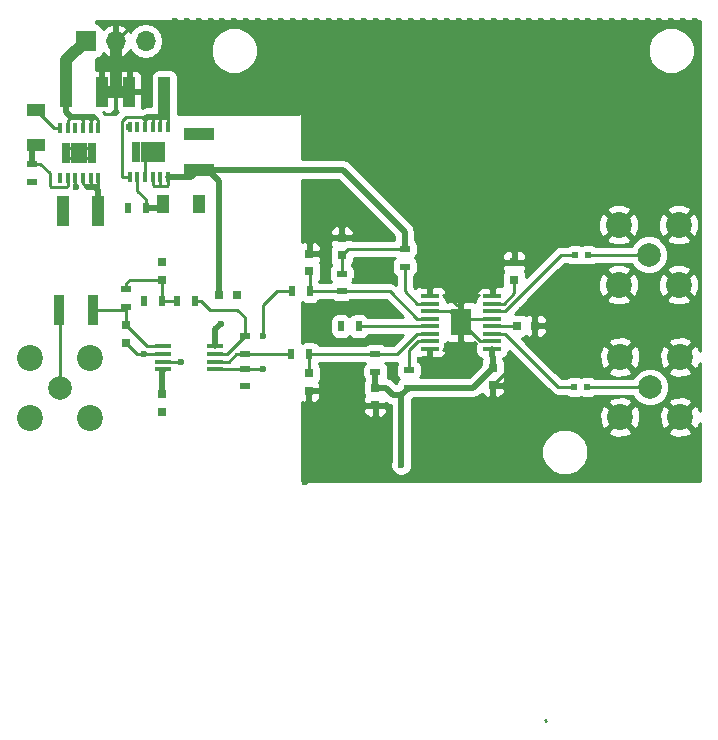
<source format=gbr>
G04 #@! TF.FileFunction,Copper,L1,Top,Signal*
%FSLAX46Y46*%
G04 Gerber Fmt 4.6, Leading zero omitted, Abs format (unit mm)*
G04 Created by KiCad (PCBNEW 4.0.6) date 02/20/19 11:59:32*
%MOMM*%
%LPD*%
G01*
G04 APERTURE LIST*
%ADD10C,0.100000*%
%ADD11R,0.600000X0.500000*%
%ADD12R,1.000000X2.500000*%
%ADD13R,0.800000X0.750000*%
%ADD14R,0.750000X0.800000*%
%ADD15R,1.000000X1.600000*%
%ADD16R,1.600000X1.000000*%
%ADD17R,2.500000X1.000000*%
%ADD18C,2.200000*%
%ADD19C,2.000000*%
%ADD20R,1.700000X1.700000*%
%ADD21O,1.700000X1.700000*%
%ADD22R,0.500000X0.900000*%
%ADD23R,0.900000X0.500000*%
%ADD24R,1.600000X0.410000*%
%ADD25R,1.750000X2.300000*%
%ADD26R,0.420000X0.890000*%
%ADD27R,0.712500X0.825000*%
%ADD28R,0.900000X2.500000*%
%ADD29R,1.450000X0.450000*%
%ADD30C,0.600000*%
%ADD31C,0.250000*%
%ADD32C,1.000000*%
%ADD33C,0.500000*%
%ADD34C,0.254000*%
G04 APERTURE END LIST*
D10*
D11*
X139800000Y-82500000D03*
X140900000Y-82500000D03*
X139850000Y-71300000D03*
X140950000Y-71300000D03*
D12*
X105100000Y-57500000D03*
X102100000Y-57500000D03*
X96800000Y-57500000D03*
X99800000Y-57500000D03*
D13*
X136450000Y-77300000D03*
X134950000Y-77300000D03*
D14*
X134700000Y-71950000D03*
X134700000Y-73450000D03*
D15*
X105000000Y-67000000D03*
X108000000Y-67000000D03*
D16*
X94200000Y-62000000D03*
X94200000Y-59000000D03*
D14*
X132900000Y-82350000D03*
X132900000Y-80850000D03*
X120100000Y-69850000D03*
X120100000Y-71350000D03*
D17*
X108000000Y-64100000D03*
X108000000Y-61100000D03*
D12*
X99500000Y-67600000D03*
X96500000Y-67600000D03*
D14*
X117300000Y-81300000D03*
X117300000Y-82800000D03*
X117350000Y-71200000D03*
X117350000Y-72700000D03*
X104902000Y-71894000D03*
X104902000Y-73394000D03*
X101854000Y-78728000D03*
X101854000Y-77228000D03*
X104894000Y-84582000D03*
X104894000Y-83082000D03*
D13*
X111240000Y-74676000D03*
X109740000Y-74676000D03*
D18*
X143660000Y-85040000D03*
X143660000Y-79960000D03*
X148740000Y-79960000D03*
X148740000Y-85040000D03*
D19*
X146200000Y-82500000D03*
D18*
X143560000Y-73840000D03*
X143560000Y-68760000D03*
X148640000Y-68760000D03*
X148640000Y-73840000D03*
D19*
X146100000Y-71300000D03*
D18*
X93726000Y-85090000D03*
X93726000Y-80010000D03*
X98806000Y-80010000D03*
X98806000Y-85090000D03*
D19*
X96266000Y-82550000D03*
D20*
X98420000Y-53200000D03*
D21*
X100960000Y-53200000D03*
X103500000Y-53200000D03*
D22*
X103500000Y-67300000D03*
X102000000Y-67300000D03*
D23*
X93900000Y-63600000D03*
X93900000Y-65100000D03*
X125450000Y-70800000D03*
X125450000Y-72300000D03*
X122950000Y-81200000D03*
X122950000Y-79700000D03*
X120100000Y-72900000D03*
X120100000Y-74400000D03*
X125800000Y-82550000D03*
X125800000Y-81050000D03*
D22*
X120050000Y-77350000D03*
X121550000Y-77350000D03*
X115850000Y-79700000D03*
X117350000Y-79700000D03*
X115900000Y-74400000D03*
X117400000Y-74400000D03*
D23*
X111950000Y-80950000D03*
X111950000Y-82450000D03*
X111900000Y-78200000D03*
X111900000Y-79700000D03*
D22*
X106184000Y-75184000D03*
X107684000Y-75184000D03*
D23*
X101854000Y-74192000D03*
X101854000Y-75692000D03*
D22*
X103402000Y-75184000D03*
X104902000Y-75184000D03*
D24*
X132854300Y-79240000D03*
X132854300Y-78605000D03*
X132854300Y-77970000D03*
X132854300Y-77335000D03*
X132854300Y-76700000D03*
X132854300Y-76065000D03*
X132854300Y-75430000D03*
X132854300Y-74795000D03*
X127545700Y-74795000D03*
X127545700Y-75430000D03*
X127545700Y-76065000D03*
X127545700Y-76700000D03*
X127545700Y-77335000D03*
X127545700Y-77970000D03*
X127545700Y-78605000D03*
X127545700Y-79240000D03*
D25*
X130200000Y-76987500D03*
D26*
X105400000Y-60500000D03*
X104750000Y-60500000D03*
X104100000Y-60500000D03*
X103450000Y-60500000D03*
X102800000Y-60500000D03*
X102150000Y-60500000D03*
X102150000Y-64710000D03*
X102800000Y-64710000D03*
X103450000Y-64710000D03*
X104100000Y-64710000D03*
X104750000Y-64710000D03*
X105400000Y-64710000D03*
D27*
X102706250Y-63017500D03*
X103418750Y-63017500D03*
X104131250Y-63017500D03*
X104843750Y-63017500D03*
X102706250Y-62192500D03*
X103418750Y-62192500D03*
X104131250Y-62192500D03*
X104843750Y-62192500D03*
D26*
X99500000Y-60590000D03*
X98850000Y-60590000D03*
X98200000Y-60590000D03*
X97550000Y-60590000D03*
X96900000Y-60590000D03*
X96250000Y-60590000D03*
X96250000Y-64800000D03*
X96900000Y-64800000D03*
X97550000Y-64800000D03*
X98200000Y-64800000D03*
X98850000Y-64800000D03*
X99500000Y-64800000D03*
D27*
X96806250Y-63107500D03*
X97518750Y-63107500D03*
X98231250Y-63107500D03*
X98943750Y-63107500D03*
X96806250Y-62282500D03*
X97518750Y-62282500D03*
X98231250Y-62282500D03*
X98943750Y-62282500D03*
D14*
X122950000Y-84050000D03*
X122950000Y-82550000D03*
D28*
X96160000Y-75946000D03*
X99060000Y-75946000D03*
D29*
X105000000Y-79050000D03*
X105000000Y-79700000D03*
X105000000Y-80350000D03*
X105000000Y-81000000D03*
X109400000Y-81000000D03*
X109400000Y-80350000D03*
X109400000Y-79700000D03*
X109400000Y-79050000D03*
D30*
X106500000Y-80400000D03*
X127508000Y-81280000D03*
X128778000Y-81280000D03*
X130048000Y-81534000D03*
X131064000Y-81280000D03*
X131572000Y-80264000D03*
X131318000Y-78994000D03*
X130302000Y-78994000D03*
X129032000Y-78994000D03*
X128778000Y-80264000D03*
X142240000Y-83566000D03*
X140716000Y-83566000D03*
X139446000Y-83566000D03*
X137922000Y-83312000D03*
X136652000Y-82042000D03*
X135382000Y-80772000D03*
X134366000Y-79756000D03*
X134112000Y-80772000D03*
X142240000Y-81534000D03*
X141224000Y-81280000D03*
X139954000Y-81280000D03*
X138938000Y-81534000D03*
X137922000Y-80518000D03*
X136906000Y-79502000D03*
X135890000Y-78486000D03*
X141732000Y-72390000D03*
X140462000Y-72390000D03*
X139446000Y-72390000D03*
X138430000Y-72898000D03*
X137414000Y-73914000D03*
X136398000Y-74930000D03*
X135382000Y-75946000D03*
X141732000Y-70104000D03*
X140462000Y-70104000D03*
X139192000Y-70104000D03*
X137668000Y-70866000D03*
X136652000Y-71882000D03*
X135890000Y-72644000D03*
X104894000Y-84582000D03*
X104902000Y-71894000D03*
X111240000Y-74676000D03*
X111950000Y-82450000D03*
X117000000Y-90500000D03*
X117000000Y-89000000D03*
X117000000Y-86500000D03*
X117000000Y-85500000D03*
X117000000Y-84500000D03*
X117000000Y-69500000D03*
X117000000Y-68500000D03*
X117000000Y-67500000D03*
X117000000Y-66500000D03*
X117000000Y-65500000D03*
X117000000Y-62500000D03*
X117000000Y-61500000D03*
X117000000Y-60500000D03*
X117000000Y-59500000D03*
X117000000Y-58500000D03*
X117000000Y-57500000D03*
X117000000Y-56500000D03*
X117000000Y-55500000D03*
X117000000Y-54500000D03*
X117000000Y-53500000D03*
X117000000Y-52500000D03*
X150000000Y-51500000D03*
X149000000Y-51500000D03*
X148000000Y-51500000D03*
X147000000Y-51500000D03*
X146000000Y-51500000D03*
X145000000Y-51500000D03*
X144000000Y-51500000D03*
X143000000Y-51500000D03*
X142000000Y-51500000D03*
X141000000Y-51500000D03*
X140000000Y-51500000D03*
X139000000Y-51500000D03*
X138000000Y-51500000D03*
X137000000Y-51500000D03*
X136000000Y-51500000D03*
X135000000Y-51500000D03*
X134000000Y-51500000D03*
X133000000Y-51500000D03*
X132000000Y-51500000D03*
X131000000Y-51500000D03*
X130000000Y-51500000D03*
X129000000Y-51500000D03*
X128000000Y-51500000D03*
X127000000Y-51500000D03*
X126000000Y-51500000D03*
X125000000Y-51500000D03*
X124000000Y-51500000D03*
X123000000Y-51500000D03*
X122000000Y-51500000D03*
X121000000Y-51500000D03*
X120000000Y-51500000D03*
X119000000Y-51500000D03*
X118000000Y-51500000D03*
X117000000Y-51500000D03*
X116000000Y-51500000D03*
X115000000Y-51500000D03*
X114000000Y-51500000D03*
X113000000Y-51500000D03*
X112000000Y-51500000D03*
X111000000Y-51500000D03*
X110000000Y-51500000D03*
X109000000Y-51500000D03*
X108000000Y-51500000D03*
X107000000Y-51500000D03*
X106000000Y-51500000D03*
X124450000Y-73450000D03*
X123500000Y-73450000D03*
X122350000Y-73450000D03*
X121200000Y-73500000D03*
X122700000Y-76400000D03*
X123750000Y-76400000D03*
X124900000Y-76400000D03*
X124250000Y-75800000D03*
X123300000Y-75350000D03*
X122150000Y-75350000D03*
X121000000Y-75300000D03*
X119250000Y-75350000D03*
X118300000Y-75350000D03*
X116900000Y-75650000D03*
X116900000Y-76450000D03*
X116900000Y-77400000D03*
X116900000Y-78450000D03*
X117850000Y-78450000D03*
X133550000Y-73300000D03*
X132850000Y-74000000D03*
X126450000Y-73550000D03*
X126700000Y-80200000D03*
X122950000Y-84050000D03*
X130200000Y-74950000D03*
X127550000Y-74000000D03*
X131200000Y-74950000D03*
X129200000Y-74950000D03*
X127500000Y-80200000D03*
X118450000Y-80650000D03*
X124350000Y-80700000D03*
X120100000Y-69850000D03*
X118700000Y-72100000D03*
X118700000Y-73350000D03*
X117350000Y-71200000D03*
X117300000Y-82800000D03*
X118850000Y-78750000D03*
X119900000Y-78750000D03*
X120950000Y-78750000D03*
X122050000Y-78750000D03*
X122950000Y-78600000D03*
X123850000Y-78750000D03*
X124800000Y-78300000D03*
X132900000Y-82350000D03*
X130200000Y-76987500D03*
X134700000Y-71950000D03*
X136450000Y-77300000D03*
X100960000Y-54800000D03*
X100960000Y-55600000D03*
X100960000Y-56400000D03*
X102100000Y-57500000D03*
X100960000Y-57200000D03*
X99800000Y-57500000D03*
X102000000Y-67300000D03*
X108000000Y-61100000D03*
X96500000Y-67600000D03*
X93900000Y-65100000D03*
X97600000Y-65600000D03*
X94200000Y-59000000D03*
X108000000Y-67000000D03*
X102089998Y-60500000D03*
X104131250Y-63017500D03*
X104131250Y-62192500D03*
X103418750Y-63017500D03*
X103418750Y-62192500D03*
X104843750Y-63017500D03*
X102706250Y-63017500D03*
X104843750Y-62192500D03*
X102706250Y-62192500D03*
X109740000Y-74676000D03*
X109850000Y-77140000D03*
X125150000Y-89100000D03*
X115400000Y-64100000D03*
X120100000Y-72900000D03*
X120050000Y-77350000D03*
X104950000Y-81075002D03*
X99500000Y-67600000D03*
X103400000Y-79700000D03*
X103402000Y-75184000D03*
X113450000Y-78200000D03*
X113450000Y-80950000D03*
X105100000Y-57500000D03*
X96800000Y-57500000D03*
X98231250Y-63107500D03*
X98943750Y-63107500D03*
X98943750Y-62282500D03*
X98231250Y-62282500D03*
X97518750Y-62282500D03*
X97518750Y-63107500D03*
X96806250Y-63107500D03*
X96806250Y-62282500D03*
D31*
X137350000Y-110700000D02*
X137414000Y-110764000D01*
X138434300Y-82500000D02*
X139800000Y-82500000D01*
X132854300Y-77970000D02*
X133904300Y-77970000D01*
X133904300Y-77970000D02*
X138434300Y-82500000D01*
X146200000Y-82500000D02*
X140900000Y-82500000D01*
X138669300Y-71300000D02*
X139850000Y-71300000D01*
X132854300Y-76065000D02*
X133904300Y-76065000D01*
X133904300Y-76065000D02*
X138669300Y-71300000D01*
X146100000Y-71300000D02*
X140950000Y-71300000D01*
X105000000Y-80350000D02*
X106450000Y-80350000D01*
X106450000Y-80350000D02*
X106500000Y-80400000D01*
X128778000Y-81280000D02*
X127508000Y-81280000D01*
X131064000Y-81280000D02*
X130302000Y-81280000D01*
X130302000Y-81280000D02*
X130048000Y-81534000D01*
X131318000Y-78994000D02*
X131318000Y-80010000D01*
X131318000Y-80010000D02*
X131572000Y-80264000D01*
X129032000Y-78994000D02*
X130302000Y-78994000D01*
X127500000Y-80200000D02*
X128714000Y-80200000D01*
X128714000Y-80200000D02*
X128778000Y-80264000D01*
X139446000Y-83566000D02*
X140716000Y-83566000D01*
X136652000Y-82042000D02*
X137922000Y-83312000D01*
X134366000Y-79756000D02*
X135382000Y-80772000D01*
X132900000Y-82350000D02*
X134112000Y-81138000D01*
X134112000Y-81138000D02*
X134112000Y-80772000D01*
X141224000Y-81280000D02*
X141986000Y-81280000D01*
X141986000Y-81280000D02*
X142240000Y-81534000D01*
X138938000Y-81534000D02*
X139700000Y-81534000D01*
X139700000Y-81534000D02*
X139954000Y-81280000D01*
X136906000Y-79502000D02*
X137922000Y-80518000D01*
X136450000Y-77300000D02*
X136450000Y-77926000D01*
X136450000Y-77926000D02*
X135890000Y-78486000D01*
X140462000Y-72390000D02*
X141732000Y-72390000D01*
X138430000Y-72898000D02*
X138938000Y-72898000D01*
X138938000Y-72898000D02*
X139446000Y-72390000D01*
X136398000Y-74930000D02*
X137414000Y-73914000D01*
X136398000Y-76454000D02*
X135890000Y-75946000D01*
X135890000Y-75946000D02*
X135382000Y-75946000D01*
X136398000Y-77273000D02*
X136398000Y-76454000D01*
X136450000Y-77300000D02*
X136425000Y-77300000D01*
X136425000Y-77300000D02*
X136398000Y-77273000D01*
X139192000Y-70104000D02*
X140462000Y-70104000D01*
X136652000Y-71882000D02*
X137668000Y-70866000D01*
X136144000Y-71882000D02*
X136144000Y-72390000D01*
X136144000Y-72390000D02*
X135890000Y-72644000D01*
X135393000Y-71882000D02*
X136144000Y-71882000D01*
X134700000Y-71950000D02*
X135325000Y-71950000D01*
X135325000Y-71950000D02*
X135393000Y-71882000D01*
X122350000Y-73450000D02*
X123500000Y-73450000D01*
X117000000Y-86500000D02*
X117000000Y-89000000D01*
X117000000Y-84500000D02*
X117000000Y-85500000D01*
X117000000Y-67500000D02*
X117000000Y-68500000D01*
X117000000Y-65500000D02*
X117000000Y-66500000D01*
X117000000Y-61500000D02*
X117000000Y-62500000D01*
X117000000Y-59500000D02*
X117000000Y-60500000D01*
X117000000Y-57500000D02*
X117000000Y-58500000D01*
X117000000Y-55500000D02*
X117000000Y-56500000D01*
X117000000Y-53500000D02*
X117000000Y-54500000D01*
X117000000Y-51500000D02*
X117000000Y-52500000D01*
X148000000Y-51500000D02*
X149000000Y-51500000D01*
X146000000Y-51500000D02*
X147000000Y-51500000D01*
X144000000Y-51500000D02*
X145000000Y-51500000D01*
X142000000Y-51500000D02*
X143000000Y-51500000D01*
X140000000Y-51500000D02*
X141000000Y-51500000D01*
X138000000Y-51500000D02*
X139000000Y-51500000D01*
X136000000Y-51500000D02*
X137000000Y-51500000D01*
X134000000Y-51500000D02*
X135000000Y-51500000D01*
X132000000Y-51500000D02*
X133000000Y-51500000D01*
X130000000Y-51500000D02*
X131000000Y-51500000D01*
X128000000Y-51500000D02*
X129000000Y-51500000D01*
X126000000Y-51500000D02*
X127000000Y-51500000D01*
X124000000Y-51500000D02*
X125000000Y-51500000D01*
X122000000Y-51500000D02*
X123000000Y-51500000D01*
X120000000Y-51500000D02*
X121000000Y-51500000D01*
X118000000Y-51500000D02*
X119000000Y-51500000D01*
X116000000Y-51500000D02*
X117000000Y-51500000D01*
X114000000Y-51500000D02*
X115000000Y-51500000D01*
X112000000Y-51500000D02*
X113000000Y-51500000D01*
X110000000Y-51500000D02*
X111000000Y-51500000D01*
X108000000Y-51500000D02*
X109000000Y-51500000D01*
X102660000Y-51500000D02*
X106000000Y-51500000D01*
X100960000Y-53200000D02*
X102660000Y-51500000D01*
X124250000Y-75800000D02*
X124300000Y-75800000D01*
X124300000Y-75800000D02*
X124900000Y-76400000D01*
X122150000Y-75350000D02*
X123300000Y-75350000D01*
X119250000Y-75350000D02*
X120950000Y-75350000D01*
X120950000Y-75350000D02*
X121000000Y-75300000D01*
X116900000Y-75650000D02*
X118000000Y-75650000D01*
X118000000Y-75650000D02*
X118300000Y-75350000D01*
X116900000Y-77400000D02*
X116900000Y-76450000D01*
X117850000Y-78450000D02*
X116900000Y-78450000D01*
X132850000Y-74000000D02*
X132850000Y-74790700D01*
X132850000Y-74790700D02*
X132854300Y-74795000D01*
X133550000Y-73300000D02*
X132850000Y-74000000D01*
X131499999Y-74450001D02*
X131950000Y-74000000D01*
X131950000Y-74000000D02*
X132850000Y-74000000D01*
X131200000Y-74950000D02*
X131499999Y-74650001D01*
X131499999Y-74650001D02*
X131499999Y-74450001D01*
X127550000Y-74000000D02*
X126900000Y-74000000D01*
X126900000Y-74000000D02*
X126450000Y-73550000D01*
X127550000Y-79950000D02*
X126950000Y-79950000D01*
X126950000Y-79950000D02*
X126700000Y-80200000D01*
X127550000Y-79950000D02*
X127550000Y-79244300D01*
X127550000Y-79244300D02*
X127545700Y-79240000D01*
X127545700Y-74795000D02*
X127545700Y-73804300D01*
X127545700Y-73804300D02*
X127550000Y-73800000D01*
X132850000Y-72850000D02*
X131900000Y-73800000D01*
X131900000Y-73800000D02*
X127550000Y-73800000D01*
X131350000Y-73750000D02*
X132300000Y-73750000D01*
X131200000Y-73900000D02*
X131350000Y-73750000D01*
X131200000Y-74950000D02*
X131200000Y-73900000D01*
X130200000Y-75587500D02*
X129837500Y-75587500D01*
X129837500Y-75587500D02*
X129200000Y-74950000D01*
X130200000Y-76987500D02*
X130200000Y-75587500D01*
X127545700Y-79240000D02*
X127545700Y-79645700D01*
X127545700Y-79645700D02*
X127550000Y-79650000D01*
X118700000Y-71400000D02*
X118700000Y-72100000D01*
X118700000Y-73350000D02*
X118700000Y-72100000D01*
X118500000Y-71200000D02*
X118700000Y-71400000D01*
X117350000Y-71200000D02*
X118500000Y-71200000D01*
X120950000Y-78750000D02*
X120000000Y-78750000D01*
X122950000Y-78600000D02*
X122100000Y-78600000D01*
X122100000Y-78600000D02*
X121950000Y-78750000D01*
X124700000Y-78300000D02*
X124400000Y-78300000D01*
X124400000Y-78300000D02*
X124000000Y-78700000D01*
X127545700Y-76065000D02*
X129277500Y-76065000D01*
X129277500Y-76065000D02*
X130200000Y-76987500D01*
X132854300Y-76700000D02*
X130487500Y-76700000D01*
X130487500Y-76700000D02*
X130200000Y-76987500D01*
X132854300Y-78605000D02*
X131804300Y-78605000D01*
X131804300Y-78605000D02*
X130200000Y-77000700D01*
X130200000Y-77000700D02*
X130200000Y-76987500D01*
D32*
X100960000Y-54800000D02*
X100960000Y-53200000D01*
X100960000Y-55600000D02*
X100960000Y-54800000D01*
X100960000Y-56400000D02*
X100960000Y-55600000D01*
X100960000Y-57440000D02*
X100960000Y-56400000D01*
D31*
X103450000Y-64710000D02*
X103450000Y-63048750D01*
X103450000Y-63048750D02*
X103418750Y-63017500D01*
X102000000Y-67100000D02*
X102000000Y-67300000D01*
X96250000Y-60590000D02*
X95790000Y-60590000D01*
X95790000Y-60590000D02*
X94200000Y-59000000D01*
X96250000Y-60355000D02*
X96250000Y-60590000D01*
X97550000Y-64800000D02*
X97550000Y-65550000D01*
X97550000Y-65550000D02*
X97600000Y-65600000D01*
X102150000Y-60500000D02*
X102089998Y-60500000D01*
X96250000Y-60590000D02*
X96189998Y-60590000D01*
D32*
X100900000Y-57500000D02*
X102100000Y-57500000D01*
X99800000Y-57500000D02*
X100900000Y-57500000D01*
X100900000Y-57500000D02*
X100960000Y-57440000D01*
D31*
X132854300Y-77335000D02*
X134915000Y-77335000D01*
X134915000Y-77335000D02*
X134950000Y-77300000D01*
X132854300Y-75430000D02*
X133809302Y-75430000D01*
X133809302Y-75430000D02*
X134700000Y-74539302D01*
X134700000Y-74539302D02*
X134700000Y-73450000D01*
X102800000Y-65900000D02*
X103500000Y-66600000D01*
X103500000Y-66600000D02*
X103500000Y-67300000D01*
X102800000Y-64710000D02*
X102800000Y-65900000D01*
D33*
X103500000Y-67300000D02*
X104700000Y-67300000D01*
X104700000Y-67300000D02*
X105000000Y-67000000D01*
D31*
X95500000Y-65600000D02*
X96795000Y-65600000D01*
X96795000Y-65600000D02*
X96900000Y-65495000D01*
X96900000Y-65495000D02*
X96900000Y-64800000D01*
X95400000Y-65500000D02*
X95500000Y-65600000D01*
X95400000Y-64400000D02*
X95400000Y-65500000D01*
X93900000Y-63600000D02*
X94600000Y-63600000D01*
X94600000Y-63600000D02*
X95400000Y-64400000D01*
D33*
X93900000Y-63600000D02*
X93900000Y-62300000D01*
X93900000Y-62300000D02*
X94200000Y-62000000D01*
X109850000Y-77140000D02*
X109400000Y-77590000D01*
X109400000Y-77590000D02*
X109400000Y-79024999D01*
D31*
X120100000Y-71350000D02*
X120100000Y-72900000D01*
D33*
X108000000Y-64100000D02*
X108750000Y-64100000D01*
X108750000Y-64100000D02*
X109740000Y-65090000D01*
X109740000Y-65090000D02*
X109740000Y-73801000D01*
X109740000Y-73801000D02*
X109740000Y-74676000D01*
D31*
X120650000Y-70800000D02*
X125450000Y-70800000D01*
D33*
X125800000Y-82550000D02*
X131225000Y-82550000D01*
X131225000Y-82550000D02*
X132900000Y-80875000D01*
X132900000Y-80875000D02*
X132900000Y-80850000D01*
X122950000Y-82550000D02*
X122950000Y-81200000D01*
X122950000Y-82550000D02*
X123825000Y-82550000D01*
X123825000Y-82550000D02*
X124475000Y-83200000D01*
X124475000Y-83200000D02*
X125150000Y-83200000D01*
X125150000Y-89100000D02*
X125150000Y-83200000D01*
X125150000Y-83200000D02*
X125800000Y-82550000D01*
X115400000Y-64100000D02*
X120200000Y-64100000D01*
X108000000Y-64100000D02*
X115400000Y-64100000D01*
D31*
X120650000Y-70800000D02*
X120100000Y-71350000D01*
D33*
X120200000Y-64100000D02*
X125450000Y-69350000D01*
X125450000Y-69350000D02*
X125450000Y-70800000D01*
X132900000Y-80850000D02*
X132900000Y-79950000D01*
X132900000Y-79950000D02*
X132854300Y-79904300D01*
X132854300Y-79904300D02*
X132854300Y-79260001D01*
X105400000Y-64710000D02*
X107390000Y-64710000D01*
X107390000Y-64710000D02*
X108000000Y-64100000D01*
D31*
X104655000Y-65500000D02*
X105305000Y-65500000D01*
X105305000Y-65500000D02*
X105400000Y-65405000D01*
X105400000Y-65405000D02*
X105400000Y-64710000D01*
X104100000Y-64710000D02*
X104100000Y-65405000D01*
X104100000Y-65405000D02*
X104195000Y-65500000D01*
X104195000Y-65500000D02*
X104655000Y-65500000D01*
X104655000Y-65500000D02*
X104750000Y-65405000D01*
X104750000Y-65405000D02*
X104750000Y-64710000D01*
D33*
X104894000Y-83082000D02*
X104894000Y-81081001D01*
X104894000Y-81081001D02*
X104950000Y-81025001D01*
X104950000Y-83026000D02*
X104894000Y-83082000D01*
X99250000Y-65600000D02*
X99500000Y-65850000D01*
X99500000Y-65850000D02*
X99500000Y-67600000D01*
X98525002Y-65600000D02*
X99250000Y-65600000D01*
X99250000Y-65600000D02*
X99400000Y-65600000D01*
D31*
X98745000Y-65600000D02*
X99400000Y-65600000D01*
X99400000Y-65600000D02*
X99500000Y-65500000D01*
X99500000Y-65500000D02*
X99500000Y-64800000D01*
X98525002Y-65600000D02*
X98745000Y-65600000D01*
X98745000Y-65600000D02*
X98850000Y-65495000D01*
X98850000Y-65495000D02*
X98850000Y-64800000D01*
X98200000Y-64800000D02*
X98200000Y-65274998D01*
X98200000Y-65274998D02*
X98525002Y-65600000D01*
X117350000Y-79700000D02*
X117350000Y-81250000D01*
X117350000Y-81250000D02*
X117300000Y-81300000D01*
X117350000Y-79700000D02*
X122950000Y-79700000D01*
X124765700Y-79700000D02*
X122950000Y-79700000D01*
X126495700Y-77970000D02*
X124765700Y-79700000D01*
X127545700Y-77970000D02*
X126495700Y-77970000D01*
X117400000Y-74400000D02*
X117400000Y-72750000D01*
X117400000Y-72750000D02*
X117350000Y-72700000D01*
X120100000Y-74400000D02*
X117400000Y-74400000D01*
X124195700Y-74400000D02*
X120100000Y-74400000D01*
X127545700Y-76700000D02*
X126495700Y-76700000D01*
X126495700Y-76700000D02*
X124195700Y-74400000D01*
X104902000Y-75184000D02*
X104902000Y-73394000D01*
X101854000Y-74192000D02*
X101854000Y-73692000D01*
X101854000Y-73692000D02*
X102152000Y-73394000D01*
X102152000Y-73394000D02*
X104277000Y-73394000D01*
X104277000Y-73394000D02*
X104902000Y-73394000D01*
X106184000Y-75184000D02*
X104902000Y-75184000D01*
X105000000Y-79700000D02*
X103400000Y-79700000D01*
X103400000Y-79700000D02*
X102801000Y-79700000D01*
X102801000Y-79700000D02*
X101854000Y-78753000D01*
X101854000Y-78753000D02*
X101854000Y-78728000D01*
X101854000Y-77228000D02*
X101854000Y-77253000D01*
X101854000Y-77253000D02*
X103651000Y-79050000D01*
X103651000Y-79050000D02*
X104025000Y-79050000D01*
X104025000Y-79050000D02*
X105000000Y-79050000D01*
X99060000Y-75946000D02*
X101600000Y-75946000D01*
X101600000Y-75946000D02*
X101854000Y-75692000D01*
X101942000Y-77140000D02*
X101854000Y-77228000D01*
X101854000Y-75692000D02*
X101854000Y-77228000D01*
X125450000Y-72300000D02*
X125450000Y-74384300D01*
X125450000Y-74384300D02*
X126495700Y-75430000D01*
X126495700Y-75430000D02*
X127545700Y-75430000D01*
X127545700Y-78605000D02*
X126590698Y-78605000D01*
X126590698Y-78605000D02*
X125800000Y-79395698D01*
X125800000Y-79395698D02*
X125800000Y-81100000D01*
X127545700Y-77335000D02*
X121565000Y-77335000D01*
X121565000Y-77335000D02*
X121550000Y-77350000D01*
X110550000Y-80350000D02*
X111200000Y-79700000D01*
X111200000Y-79700000D02*
X111900000Y-79700000D01*
X109400000Y-80350000D02*
X110550000Y-80350000D01*
X111880000Y-79680000D02*
X111900000Y-79700000D01*
X115850000Y-79700000D02*
X111900000Y-79700000D01*
X109400000Y-81000000D02*
X111900000Y-81000000D01*
X111900000Y-81000000D02*
X111950000Y-80950000D01*
X113450000Y-75550000D02*
X114600000Y-74400000D01*
X114600000Y-74400000D02*
X115900000Y-74400000D01*
X113450000Y-78200000D02*
X113450000Y-75550000D01*
X111950000Y-80950000D02*
X113450000Y-80950000D01*
X109400000Y-79700000D02*
X110400000Y-79700000D01*
X110400000Y-79700000D02*
X111900000Y-78200000D01*
X111700000Y-78200000D02*
X111900000Y-78200000D01*
X111252000Y-75946000D02*
X111900000Y-76594000D01*
X111900000Y-76594000D02*
X111900000Y-78200000D01*
X108946000Y-75946000D02*
X111252000Y-75946000D01*
X107684000Y-75184000D02*
X108184000Y-75184000D01*
X108184000Y-75184000D02*
X108946000Y-75946000D01*
X111690000Y-78410000D02*
X111900000Y-78200000D01*
X101464997Y-64664997D02*
X101510000Y-64710000D01*
X101510000Y-64710000D02*
X102150000Y-64710000D01*
X101809998Y-59600000D02*
X101464997Y-59945001D01*
X101464997Y-59945001D02*
X101464997Y-64664997D01*
X103245000Y-59600000D02*
X101809998Y-59600000D01*
X103450000Y-59805000D02*
X103245000Y-59600000D01*
D32*
X105100000Y-57500000D02*
X105100000Y-59400000D01*
D33*
X105300000Y-59600000D02*
X105100000Y-59400000D01*
X103450000Y-59805000D02*
X103655000Y-59600000D01*
X103655000Y-59600000D02*
X105300000Y-59600000D01*
D31*
X105300000Y-59600000D02*
X105400000Y-59700000D01*
X105400000Y-59700000D02*
X105400000Y-60500000D01*
X104900000Y-59600000D02*
X105300000Y-59600000D01*
X104750000Y-59750000D02*
X104900000Y-59600000D01*
X104750000Y-59805000D02*
X104750000Y-59750000D01*
X104305000Y-59600000D02*
X104545000Y-59600000D01*
X104750000Y-59805000D02*
X104750000Y-60500000D01*
X104545000Y-59600000D02*
X104750000Y-59805000D01*
X104100000Y-59805000D02*
X104305000Y-59600000D01*
X103655000Y-59600000D02*
X103895000Y-59600000D01*
X103895000Y-59600000D02*
X104100000Y-59805000D01*
X104100000Y-59805000D02*
X104100000Y-60500000D01*
X103450000Y-60500000D02*
X103450000Y-59805000D01*
X97518750Y-63107500D02*
X96806250Y-63107500D01*
X98231250Y-63107500D02*
X97518750Y-63107500D01*
X98943750Y-63107500D02*
X98231250Y-63107500D01*
X98943750Y-62282500D02*
X98943750Y-63107500D01*
X98231250Y-62282500D02*
X98943750Y-62282500D01*
X97518750Y-62282500D02*
X98231250Y-62282500D01*
X96806250Y-62282500D02*
X97518750Y-62282500D01*
D33*
X99100000Y-59600000D02*
X97150000Y-59600000D01*
X98400000Y-59600000D02*
X97500000Y-59600000D01*
D31*
X97500000Y-59600000D02*
X97905000Y-59600000D01*
X97195000Y-59600000D02*
X97500000Y-59600000D01*
D33*
X97500000Y-59600000D02*
X97150000Y-59600000D01*
X97150000Y-59600000D02*
X96800000Y-59250000D01*
X96800000Y-59250000D02*
X96800000Y-57500000D01*
D31*
X99100000Y-59600000D02*
X99205000Y-59600000D01*
X99205000Y-59600000D02*
X99500000Y-59895000D01*
X99500000Y-59895000D02*
X99500000Y-60590000D01*
X98850000Y-59850000D02*
X99100000Y-59600000D01*
X98850000Y-59895000D02*
X98850000Y-59850000D01*
X98400000Y-59600000D02*
X98555000Y-59600000D01*
X98555000Y-59600000D02*
X98850000Y-59895000D01*
X98850000Y-59895000D02*
X98850000Y-60590000D01*
X98200000Y-59800000D02*
X98400000Y-59600000D01*
X98200000Y-59895000D02*
X98200000Y-59800000D01*
X97905000Y-59600000D02*
X98200000Y-59895000D01*
X98200000Y-59895000D02*
X98200000Y-60590000D01*
X96900000Y-60590000D02*
X96900000Y-59895000D01*
X96900000Y-59895000D02*
X97195000Y-59600000D01*
D32*
X96800000Y-57500000D02*
X96800000Y-54820000D01*
X96800000Y-54820000D02*
X98420000Y-53200000D01*
D31*
X96266000Y-82550000D02*
X96266000Y-76052000D01*
X96266000Y-76052000D02*
X96160000Y-75946000D01*
D34*
G36*
X150420000Y-79455132D02*
X150242099Y-79025641D01*
X149964868Y-78914737D01*
X148919605Y-79960000D01*
X149964868Y-81005263D01*
X150242099Y-80894359D01*
X150420000Y-80421891D01*
X150420000Y-84535132D01*
X150242099Y-84105641D01*
X149964868Y-83994737D01*
X148919605Y-85040000D01*
X149964868Y-86085263D01*
X150242099Y-85974359D01*
X150420000Y-85501891D01*
X150420000Y-90476000D01*
X116727000Y-90476000D01*
X116727000Y-84335750D01*
X121940000Y-84335750D01*
X121940000Y-84576309D01*
X122036673Y-84809698D01*
X122215301Y-84988327D01*
X122448690Y-85085000D01*
X122664250Y-85085000D01*
X122823000Y-84926250D01*
X122823000Y-84177000D01*
X123077000Y-84177000D01*
X123077000Y-84926250D01*
X123235750Y-85085000D01*
X123451310Y-85085000D01*
X123684699Y-84988327D01*
X123863327Y-84809698D01*
X123960000Y-84576309D01*
X123960000Y-84335750D01*
X123801250Y-84177000D01*
X123077000Y-84177000D01*
X122823000Y-84177000D01*
X122098750Y-84177000D01*
X121940000Y-84335750D01*
X116727000Y-84335750D01*
X116727000Y-83805305D01*
X116798690Y-83835000D01*
X117014250Y-83835000D01*
X117173000Y-83676250D01*
X117173000Y-82927000D01*
X117427000Y-82927000D01*
X117427000Y-83676250D01*
X117585750Y-83835000D01*
X117801310Y-83835000D01*
X118034699Y-83738327D01*
X118213327Y-83559698D01*
X118310000Y-83326309D01*
X118310000Y-83085750D01*
X118151250Y-82927000D01*
X117427000Y-82927000D01*
X117173000Y-82927000D01*
X117153000Y-82927000D01*
X117153000Y-82673000D01*
X117173000Y-82673000D01*
X117173000Y-82653000D01*
X117427000Y-82653000D01*
X117427000Y-82673000D01*
X118151250Y-82673000D01*
X118310000Y-82514250D01*
X118310000Y-82273691D01*
X118213327Y-82040302D01*
X118211957Y-82038932D01*
X118271431Y-81951890D01*
X118322440Y-81700000D01*
X118322440Y-80900000D01*
X118278162Y-80664683D01*
X118151435Y-80467744D01*
X118156726Y-80460000D01*
X122088824Y-80460000D01*
X122048559Y-80485910D01*
X121903569Y-80698110D01*
X121852560Y-80950000D01*
X121852560Y-81450000D01*
X121896838Y-81685317D01*
X122006995Y-81856507D01*
X121978569Y-81898110D01*
X121927560Y-82150000D01*
X121927560Y-82950000D01*
X121971838Y-83185317D01*
X122038329Y-83288646D01*
X122036673Y-83290302D01*
X121940000Y-83523691D01*
X121940000Y-83764250D01*
X122098750Y-83923000D01*
X122823000Y-83923000D01*
X122823000Y-83903000D01*
X123077000Y-83903000D01*
X123077000Y-83923000D01*
X123801250Y-83923000D01*
X123878733Y-83845517D01*
X124136325Y-84017633D01*
X124192516Y-84028810D01*
X124265000Y-84043228D01*
X124265000Y-88793178D01*
X124215162Y-88913201D01*
X124214838Y-89285167D01*
X124356883Y-89628943D01*
X124619673Y-89892192D01*
X124963201Y-90034838D01*
X125335167Y-90035162D01*
X125678943Y-89893117D01*
X125942192Y-89630327D01*
X126084838Y-89286799D01*
X126085162Y-88914833D01*
X126035000Y-88793431D01*
X126035000Y-88393109D01*
X137014657Y-88393109D01*
X137316218Y-89122943D01*
X137874120Y-89681819D01*
X138603427Y-89984654D01*
X139393109Y-89985343D01*
X140122943Y-89683782D01*
X140681819Y-89125880D01*
X140984654Y-88396573D01*
X140985343Y-87606891D01*
X140683782Y-86877057D01*
X140125880Y-86318181D01*
X139997489Y-86264868D01*
X142614737Y-86264868D01*
X142725641Y-86542099D01*
X143371593Y-86785323D01*
X144061453Y-86762836D01*
X144594359Y-86542099D01*
X144705263Y-86264868D01*
X147694737Y-86264868D01*
X147805641Y-86542099D01*
X148451593Y-86785323D01*
X149141453Y-86762836D01*
X149674359Y-86542099D01*
X149785263Y-86264868D01*
X148740000Y-85219605D01*
X147694737Y-86264868D01*
X144705263Y-86264868D01*
X143660000Y-85219605D01*
X142614737Y-86264868D01*
X139997489Y-86264868D01*
X139396573Y-86015346D01*
X138606891Y-86014657D01*
X137877057Y-86316218D01*
X137318181Y-86874120D01*
X137015346Y-87603427D01*
X137014657Y-88393109D01*
X126035000Y-88393109D01*
X126035000Y-84751593D01*
X141914677Y-84751593D01*
X141937164Y-85441453D01*
X142157901Y-85974359D01*
X142435132Y-86085263D01*
X143480395Y-85040000D01*
X143839605Y-85040000D01*
X144884868Y-86085263D01*
X145162099Y-85974359D01*
X145405323Y-85328407D01*
X145386521Y-84751593D01*
X146994677Y-84751593D01*
X147017164Y-85441453D01*
X147237901Y-85974359D01*
X147515132Y-86085263D01*
X148560395Y-85040000D01*
X147515132Y-83994737D01*
X147237901Y-84105641D01*
X146994677Y-84751593D01*
X145386521Y-84751593D01*
X145382836Y-84638547D01*
X145162099Y-84105641D01*
X144884868Y-83994737D01*
X143839605Y-85040000D01*
X143480395Y-85040000D01*
X142435132Y-83994737D01*
X142157901Y-84105641D01*
X141914677Y-84751593D01*
X126035000Y-84751593D01*
X126035000Y-83815132D01*
X142614737Y-83815132D01*
X143660000Y-84860395D01*
X144705263Y-83815132D01*
X144594359Y-83537901D01*
X143948407Y-83294677D01*
X143258547Y-83317164D01*
X142725641Y-83537901D01*
X142614737Y-83815132D01*
X126035000Y-83815132D01*
X126035000Y-83566580D01*
X126154139Y-83447440D01*
X126250000Y-83447440D01*
X126316113Y-83435000D01*
X131224995Y-83435000D01*
X131225000Y-83435001D01*
X131507484Y-83378810D01*
X131563675Y-83367633D01*
X131850790Y-83175790D01*
X131966232Y-83060348D01*
X131986673Y-83109698D01*
X132165301Y-83288327D01*
X132398690Y-83385000D01*
X132614250Y-83385000D01*
X132773000Y-83226250D01*
X132773000Y-82477000D01*
X133027000Y-82477000D01*
X133027000Y-83226250D01*
X133185750Y-83385000D01*
X133401310Y-83385000D01*
X133634699Y-83288327D01*
X133813327Y-83109698D01*
X133910000Y-82876309D01*
X133910000Y-82635750D01*
X133751250Y-82477000D01*
X133027000Y-82477000D01*
X132773000Y-82477000D01*
X132753000Y-82477000D01*
X132753000Y-82273580D01*
X132823579Y-82203000D01*
X133027000Y-82203000D01*
X133027000Y-82223000D01*
X133751250Y-82223000D01*
X133910000Y-82064250D01*
X133910000Y-81823691D01*
X133813327Y-81590302D01*
X133811957Y-81588932D01*
X133871431Y-81501890D01*
X133922440Y-81250000D01*
X133922440Y-80450000D01*
X133878162Y-80214683D01*
X133785000Y-80069905D01*
X133785000Y-80067847D01*
X133889617Y-80048162D01*
X134105741Y-79909090D01*
X134250731Y-79696890D01*
X134301740Y-79445000D01*
X134301740Y-79442242D01*
X137896899Y-83037401D01*
X138143460Y-83202148D01*
X138191714Y-83211746D01*
X138434300Y-83260000D01*
X139121614Y-83260000D01*
X139248110Y-83346431D01*
X139500000Y-83397440D01*
X140100000Y-83397440D01*
X140335317Y-83353162D01*
X140346979Y-83345658D01*
X140348110Y-83346431D01*
X140600000Y-83397440D01*
X141200000Y-83397440D01*
X141435317Y-83353162D01*
X141580095Y-83260000D01*
X144744953Y-83260000D01*
X144813106Y-83424943D01*
X145272637Y-83885278D01*
X145873352Y-84134716D01*
X146523795Y-84135284D01*
X147124943Y-83886894D01*
X147196830Y-83815132D01*
X147694737Y-83815132D01*
X148740000Y-84860395D01*
X149785263Y-83815132D01*
X149674359Y-83537901D01*
X149028407Y-83294677D01*
X148338547Y-83317164D01*
X147805641Y-83537901D01*
X147694737Y-83815132D01*
X147196830Y-83815132D01*
X147585278Y-83427363D01*
X147834716Y-82826648D01*
X147835284Y-82176205D01*
X147586894Y-81575057D01*
X147197387Y-81184868D01*
X147694737Y-81184868D01*
X147805641Y-81462099D01*
X148451593Y-81705323D01*
X149141453Y-81682836D01*
X149674359Y-81462099D01*
X149785263Y-81184868D01*
X148740000Y-80139605D01*
X147694737Y-81184868D01*
X147197387Y-81184868D01*
X147127363Y-81114722D01*
X146526648Y-80865284D01*
X145876205Y-80864716D01*
X145275057Y-81113106D01*
X144814722Y-81572637D01*
X144745227Y-81740000D01*
X141578386Y-81740000D01*
X141451890Y-81653569D01*
X141200000Y-81602560D01*
X140600000Y-81602560D01*
X140364683Y-81646838D01*
X140353021Y-81654342D01*
X140351890Y-81653569D01*
X140100000Y-81602560D01*
X139500000Y-81602560D01*
X139264683Y-81646838D01*
X139119905Y-81740000D01*
X138749102Y-81740000D01*
X138193970Y-81184868D01*
X142614737Y-81184868D01*
X142725641Y-81462099D01*
X143371593Y-81705323D01*
X144061453Y-81682836D01*
X144594359Y-81462099D01*
X144705263Y-81184868D01*
X143660000Y-80139605D01*
X142614737Y-81184868D01*
X138193970Y-81184868D01*
X136680695Y-79671593D01*
X141914677Y-79671593D01*
X141937164Y-80361453D01*
X142157901Y-80894359D01*
X142435132Y-81005263D01*
X143480395Y-79960000D01*
X143839605Y-79960000D01*
X144884868Y-81005263D01*
X145162099Y-80894359D01*
X145405323Y-80248407D01*
X145386521Y-79671593D01*
X146994677Y-79671593D01*
X147017164Y-80361453D01*
X147237901Y-80894359D01*
X147515132Y-81005263D01*
X148560395Y-79960000D01*
X147515132Y-78914737D01*
X147237901Y-79025641D01*
X146994677Y-79671593D01*
X145386521Y-79671593D01*
X145382836Y-79558547D01*
X145162099Y-79025641D01*
X144884868Y-78914737D01*
X143839605Y-79960000D01*
X143480395Y-79960000D01*
X142435132Y-78914737D01*
X142157901Y-79025641D01*
X141914677Y-79671593D01*
X136680695Y-79671593D01*
X135744234Y-78735132D01*
X142614737Y-78735132D01*
X143660000Y-79780395D01*
X144705263Y-78735132D01*
X147694737Y-78735132D01*
X148740000Y-79780395D01*
X149785263Y-78735132D01*
X149674359Y-78457901D01*
X149028407Y-78214677D01*
X148338547Y-78237164D01*
X147805641Y-78457901D01*
X147694737Y-78735132D01*
X144705263Y-78735132D01*
X144594359Y-78457901D01*
X143948407Y-78214677D01*
X143258547Y-78237164D01*
X142725641Y-78457901D01*
X142614737Y-78735132D01*
X135744234Y-78735132D01*
X135331542Y-78322440D01*
X135350000Y-78322440D01*
X135585317Y-78278162D01*
X135688646Y-78211671D01*
X135690302Y-78213327D01*
X135923691Y-78310000D01*
X136164250Y-78310000D01*
X136323000Y-78151250D01*
X136323000Y-77427000D01*
X136577000Y-77427000D01*
X136577000Y-78151250D01*
X136735750Y-78310000D01*
X136976309Y-78310000D01*
X137209698Y-78213327D01*
X137388327Y-78034699D01*
X137485000Y-77801310D01*
X137485000Y-77585750D01*
X137326250Y-77427000D01*
X136577000Y-77427000D01*
X136323000Y-77427000D01*
X136303000Y-77427000D01*
X136303000Y-77173000D01*
X136323000Y-77173000D01*
X136323000Y-76448750D01*
X136577000Y-76448750D01*
X136577000Y-77173000D01*
X137326250Y-77173000D01*
X137485000Y-77014250D01*
X137485000Y-76798690D01*
X137388327Y-76565301D01*
X137209698Y-76386673D01*
X136976309Y-76290000D01*
X136735750Y-76290000D01*
X136577000Y-76448750D01*
X136323000Y-76448750D01*
X136164250Y-76290000D01*
X135923691Y-76290000D01*
X135690302Y-76386673D01*
X135688932Y-76388043D01*
X135601890Y-76328569D01*
X135350000Y-76277560D01*
X134766542Y-76277560D01*
X135979234Y-75064868D01*
X142514737Y-75064868D01*
X142625641Y-75342099D01*
X143271593Y-75585323D01*
X143961453Y-75562836D01*
X144494359Y-75342099D01*
X144605263Y-75064868D01*
X147594737Y-75064868D01*
X147705641Y-75342099D01*
X148351593Y-75585323D01*
X149041453Y-75562836D01*
X149574359Y-75342099D01*
X149685263Y-75064868D01*
X148640000Y-74019605D01*
X147594737Y-75064868D01*
X144605263Y-75064868D01*
X143560000Y-74019605D01*
X142514737Y-75064868D01*
X135979234Y-75064868D01*
X137492509Y-73551593D01*
X141814677Y-73551593D01*
X141837164Y-74241453D01*
X142057901Y-74774359D01*
X142335132Y-74885263D01*
X143380395Y-73840000D01*
X143739605Y-73840000D01*
X144784868Y-74885263D01*
X145062099Y-74774359D01*
X145305323Y-74128407D01*
X145286521Y-73551593D01*
X146894677Y-73551593D01*
X146917164Y-74241453D01*
X147137901Y-74774359D01*
X147415132Y-74885263D01*
X148460395Y-73840000D01*
X148819605Y-73840000D01*
X149864868Y-74885263D01*
X150142099Y-74774359D01*
X150385323Y-74128407D01*
X150362836Y-73438547D01*
X150142099Y-72905641D01*
X149864868Y-72794737D01*
X148819605Y-73840000D01*
X148460395Y-73840000D01*
X147415132Y-72794737D01*
X147137901Y-72905641D01*
X146894677Y-73551593D01*
X145286521Y-73551593D01*
X145282836Y-73438547D01*
X145062099Y-72905641D01*
X144784868Y-72794737D01*
X143739605Y-73840000D01*
X143380395Y-73840000D01*
X142335132Y-72794737D01*
X142057901Y-72905641D01*
X141814677Y-73551593D01*
X137492509Y-73551593D01*
X138428970Y-72615132D01*
X142514737Y-72615132D01*
X143560000Y-73660395D01*
X144605263Y-72615132D01*
X144494359Y-72337901D01*
X143848407Y-72094677D01*
X143158547Y-72117164D01*
X142625641Y-72337901D01*
X142514737Y-72615132D01*
X138428970Y-72615132D01*
X138984102Y-72060000D01*
X139171614Y-72060000D01*
X139298110Y-72146431D01*
X139550000Y-72197440D01*
X140150000Y-72197440D01*
X140385317Y-72153162D01*
X140396979Y-72145658D01*
X140398110Y-72146431D01*
X140650000Y-72197440D01*
X141250000Y-72197440D01*
X141485317Y-72153162D01*
X141630095Y-72060000D01*
X144644953Y-72060000D01*
X144713106Y-72224943D01*
X145172637Y-72685278D01*
X145773352Y-72934716D01*
X146423795Y-72935284D01*
X147024943Y-72686894D01*
X147096830Y-72615132D01*
X147594737Y-72615132D01*
X148640000Y-73660395D01*
X149685263Y-72615132D01*
X149574359Y-72337901D01*
X148928407Y-72094677D01*
X148238547Y-72117164D01*
X147705641Y-72337901D01*
X147594737Y-72615132D01*
X147096830Y-72615132D01*
X147485278Y-72227363D01*
X147734716Y-71626648D01*
X147735284Y-70976205D01*
X147486894Y-70375057D01*
X147097387Y-69984868D01*
X147594737Y-69984868D01*
X147705641Y-70262099D01*
X148351593Y-70505323D01*
X149041453Y-70482836D01*
X149574359Y-70262099D01*
X149685263Y-69984868D01*
X148640000Y-68939605D01*
X147594737Y-69984868D01*
X147097387Y-69984868D01*
X147027363Y-69914722D01*
X146426648Y-69665284D01*
X145776205Y-69664716D01*
X145175057Y-69913106D01*
X144714722Y-70372637D01*
X144645227Y-70540000D01*
X141628386Y-70540000D01*
X141501890Y-70453569D01*
X141250000Y-70402560D01*
X140650000Y-70402560D01*
X140414683Y-70446838D01*
X140403021Y-70454342D01*
X140401890Y-70453569D01*
X140150000Y-70402560D01*
X139550000Y-70402560D01*
X139314683Y-70446838D01*
X139169905Y-70540000D01*
X138669300Y-70540000D01*
X138378461Y-70597852D01*
X138131899Y-70762599D01*
X135722440Y-73172058D01*
X135722440Y-73050000D01*
X135678162Y-72814683D01*
X135611671Y-72711354D01*
X135613327Y-72709698D01*
X135710000Y-72476309D01*
X135710000Y-72235750D01*
X135551250Y-72077000D01*
X134827000Y-72077000D01*
X134827000Y-72097000D01*
X134573000Y-72097000D01*
X134573000Y-72077000D01*
X133848750Y-72077000D01*
X133690000Y-72235750D01*
X133690000Y-72476309D01*
X133786673Y-72709698D01*
X133788043Y-72711068D01*
X133728569Y-72798110D01*
X133677560Y-73050000D01*
X133677560Y-73850000D01*
X133697317Y-73955000D01*
X133140050Y-73955000D01*
X132981300Y-74113750D01*
X132981300Y-74577560D01*
X132727300Y-74577560D01*
X132727300Y-74113750D01*
X132568550Y-73955000D01*
X131927991Y-73955000D01*
X131694602Y-74051673D01*
X131515973Y-74230301D01*
X131419300Y-74463690D01*
X131419300Y-74533750D01*
X131578050Y-74692500D01*
X131709171Y-74692500D01*
X131602859Y-74760910D01*
X131457869Y-74973110D01*
X131446551Y-75028999D01*
X131419300Y-75056250D01*
X131419300Y-75126310D01*
X131424368Y-75138544D01*
X131406860Y-75225000D01*
X131406860Y-75287642D01*
X131201309Y-75202500D01*
X130485750Y-75202500D01*
X130327000Y-75361250D01*
X130327000Y-76860500D01*
X130347000Y-76860500D01*
X130347000Y-77114500D01*
X130327000Y-77114500D01*
X130327000Y-78613750D01*
X130485750Y-78772500D01*
X131201309Y-78772500D01*
X131419300Y-78682205D01*
X131419300Y-78732002D01*
X131492790Y-78732002D01*
X131457869Y-78783110D01*
X131446551Y-78838999D01*
X131419300Y-78866250D01*
X131419300Y-78936310D01*
X131424368Y-78948544D01*
X131406860Y-79035000D01*
X131406860Y-79445000D01*
X131451138Y-79680317D01*
X131590210Y-79896441D01*
X131802410Y-80041431D01*
X132004726Y-80082401D01*
X132005381Y-80085692D01*
X131928569Y-80198110D01*
X131877560Y-80450000D01*
X131877560Y-80645861D01*
X130858420Y-81665000D01*
X126769146Y-81665000D01*
X126846431Y-81551890D01*
X126897440Y-81300000D01*
X126897440Y-80800000D01*
X126853162Y-80564683D01*
X126714090Y-80348559D01*
X126560000Y-80243274D01*
X126560000Y-80055399D01*
X126619391Y-80080000D01*
X127259950Y-80080000D01*
X127418700Y-79921250D01*
X127418700Y-79457440D01*
X127672700Y-79457440D01*
X127672700Y-79921250D01*
X127831450Y-80080000D01*
X128472009Y-80080000D01*
X128705398Y-79983327D01*
X128884027Y-79804699D01*
X128980700Y-79571310D01*
X128980700Y-79501250D01*
X128821950Y-79342500D01*
X128690829Y-79342500D01*
X128797141Y-79274090D01*
X128942131Y-79061890D01*
X128953449Y-79006001D01*
X128980700Y-78978750D01*
X128980700Y-78908690D01*
X128975632Y-78896456D01*
X128993140Y-78810000D01*
X128993140Y-78687358D01*
X129198691Y-78772500D01*
X129914250Y-78772500D01*
X130073000Y-78613750D01*
X130073000Y-77114500D01*
X130053000Y-77114500D01*
X130053000Y-76860500D01*
X130073000Y-76860500D01*
X130073000Y-75361250D01*
X129914250Y-75202500D01*
X129198691Y-75202500D01*
X128993140Y-75287642D01*
X128993140Y-75225000D01*
X128976485Y-75136486D01*
X128980700Y-75126310D01*
X128980700Y-75056250D01*
X128956911Y-75032461D01*
X128948862Y-74989683D01*
X128809790Y-74773559D01*
X128691156Y-74692500D01*
X128821950Y-74692500D01*
X128980700Y-74533750D01*
X128980700Y-74463690D01*
X128884027Y-74230301D01*
X128705398Y-74051673D01*
X128472009Y-73955000D01*
X127831450Y-73955000D01*
X127672700Y-74113750D01*
X127672700Y-74577560D01*
X127418700Y-74577560D01*
X127418700Y-74113750D01*
X127259950Y-73955000D01*
X126619391Y-73955000D01*
X126386002Y-74051673D01*
X126289088Y-74148586D01*
X126210000Y-74069498D01*
X126210000Y-73105105D01*
X126351441Y-73014090D01*
X126496431Y-72801890D01*
X126547440Y-72550000D01*
X126547440Y-72050000D01*
X126503162Y-71814683D01*
X126364090Y-71598559D01*
X126294289Y-71550866D01*
X126351441Y-71514090D01*
X126413207Y-71423691D01*
X133690000Y-71423691D01*
X133690000Y-71664250D01*
X133848750Y-71823000D01*
X134573000Y-71823000D01*
X134573000Y-71073750D01*
X134827000Y-71073750D01*
X134827000Y-71823000D01*
X135551250Y-71823000D01*
X135710000Y-71664250D01*
X135710000Y-71423691D01*
X135613327Y-71190302D01*
X135434699Y-71011673D01*
X135201310Y-70915000D01*
X134985750Y-70915000D01*
X134827000Y-71073750D01*
X134573000Y-71073750D01*
X134414250Y-70915000D01*
X134198690Y-70915000D01*
X133965301Y-71011673D01*
X133786673Y-71190302D01*
X133690000Y-71423691D01*
X126413207Y-71423691D01*
X126496431Y-71301890D01*
X126547440Y-71050000D01*
X126547440Y-70550000D01*
X126503162Y-70314683D01*
X126364090Y-70098559D01*
X126335000Y-70078683D01*
X126335000Y-69984868D01*
X142514737Y-69984868D01*
X142625641Y-70262099D01*
X143271593Y-70505323D01*
X143961453Y-70482836D01*
X144494359Y-70262099D01*
X144605263Y-69984868D01*
X143560000Y-68939605D01*
X142514737Y-69984868D01*
X126335000Y-69984868D01*
X126335000Y-69350005D01*
X126335001Y-69350000D01*
X126267633Y-69011325D01*
X126242526Y-68973750D01*
X126075790Y-68724210D01*
X126075787Y-68724208D01*
X125823173Y-68471593D01*
X141814677Y-68471593D01*
X141837164Y-69161453D01*
X142057901Y-69694359D01*
X142335132Y-69805263D01*
X143380395Y-68760000D01*
X143739605Y-68760000D01*
X144784868Y-69805263D01*
X145062099Y-69694359D01*
X145305323Y-69048407D01*
X145286521Y-68471593D01*
X146894677Y-68471593D01*
X146917164Y-69161453D01*
X147137901Y-69694359D01*
X147415132Y-69805263D01*
X148460395Y-68760000D01*
X148819605Y-68760000D01*
X149864868Y-69805263D01*
X150142099Y-69694359D01*
X150385323Y-69048407D01*
X150362836Y-68358547D01*
X150142099Y-67825641D01*
X149864868Y-67714737D01*
X148819605Y-68760000D01*
X148460395Y-68760000D01*
X147415132Y-67714737D01*
X147137901Y-67825641D01*
X146894677Y-68471593D01*
X145286521Y-68471593D01*
X145282836Y-68358547D01*
X145062099Y-67825641D01*
X144784868Y-67714737D01*
X143739605Y-68760000D01*
X143380395Y-68760000D01*
X142335132Y-67714737D01*
X142057901Y-67825641D01*
X141814677Y-68471593D01*
X125823173Y-68471593D01*
X124886712Y-67535132D01*
X142514737Y-67535132D01*
X143560000Y-68580395D01*
X144605263Y-67535132D01*
X147594737Y-67535132D01*
X148640000Y-68580395D01*
X149685263Y-67535132D01*
X149574359Y-67257901D01*
X148928407Y-67014677D01*
X148238547Y-67037164D01*
X147705641Y-67257901D01*
X147594737Y-67535132D01*
X144605263Y-67535132D01*
X144494359Y-67257901D01*
X143848407Y-67014677D01*
X143158547Y-67037164D01*
X142625641Y-67257901D01*
X142514737Y-67535132D01*
X124886712Y-67535132D01*
X120825790Y-63474210D01*
X120576750Y-63307808D01*
X120538675Y-63282367D01*
X120482484Y-63271190D01*
X120200000Y-63214999D01*
X120199995Y-63215000D01*
X116727000Y-63215000D01*
X116727000Y-54393109D01*
X146014657Y-54393109D01*
X146316218Y-55122943D01*
X146874120Y-55681819D01*
X147603427Y-55984654D01*
X148393109Y-55985343D01*
X149122943Y-55683782D01*
X149681819Y-55125880D01*
X149984654Y-54396573D01*
X149985343Y-53606891D01*
X149683782Y-52877057D01*
X149125880Y-52318181D01*
X148396573Y-52015346D01*
X147606891Y-52014657D01*
X146877057Y-52316218D01*
X146318181Y-52874120D01*
X146015346Y-53603427D01*
X146014657Y-54393109D01*
X116727000Y-54393109D01*
X116727000Y-51510000D01*
X150420000Y-51510000D01*
X150420000Y-79455132D01*
X150420000Y-79455132D01*
G37*
X150420000Y-79455132D02*
X150242099Y-79025641D01*
X149964868Y-78914737D01*
X148919605Y-79960000D01*
X149964868Y-81005263D01*
X150242099Y-80894359D01*
X150420000Y-80421891D01*
X150420000Y-84535132D01*
X150242099Y-84105641D01*
X149964868Y-83994737D01*
X148919605Y-85040000D01*
X149964868Y-86085263D01*
X150242099Y-85974359D01*
X150420000Y-85501891D01*
X150420000Y-90476000D01*
X116727000Y-90476000D01*
X116727000Y-84335750D01*
X121940000Y-84335750D01*
X121940000Y-84576309D01*
X122036673Y-84809698D01*
X122215301Y-84988327D01*
X122448690Y-85085000D01*
X122664250Y-85085000D01*
X122823000Y-84926250D01*
X122823000Y-84177000D01*
X123077000Y-84177000D01*
X123077000Y-84926250D01*
X123235750Y-85085000D01*
X123451310Y-85085000D01*
X123684699Y-84988327D01*
X123863327Y-84809698D01*
X123960000Y-84576309D01*
X123960000Y-84335750D01*
X123801250Y-84177000D01*
X123077000Y-84177000D01*
X122823000Y-84177000D01*
X122098750Y-84177000D01*
X121940000Y-84335750D01*
X116727000Y-84335750D01*
X116727000Y-83805305D01*
X116798690Y-83835000D01*
X117014250Y-83835000D01*
X117173000Y-83676250D01*
X117173000Y-82927000D01*
X117427000Y-82927000D01*
X117427000Y-83676250D01*
X117585750Y-83835000D01*
X117801310Y-83835000D01*
X118034699Y-83738327D01*
X118213327Y-83559698D01*
X118310000Y-83326309D01*
X118310000Y-83085750D01*
X118151250Y-82927000D01*
X117427000Y-82927000D01*
X117173000Y-82927000D01*
X117153000Y-82927000D01*
X117153000Y-82673000D01*
X117173000Y-82673000D01*
X117173000Y-82653000D01*
X117427000Y-82653000D01*
X117427000Y-82673000D01*
X118151250Y-82673000D01*
X118310000Y-82514250D01*
X118310000Y-82273691D01*
X118213327Y-82040302D01*
X118211957Y-82038932D01*
X118271431Y-81951890D01*
X118322440Y-81700000D01*
X118322440Y-80900000D01*
X118278162Y-80664683D01*
X118151435Y-80467744D01*
X118156726Y-80460000D01*
X122088824Y-80460000D01*
X122048559Y-80485910D01*
X121903569Y-80698110D01*
X121852560Y-80950000D01*
X121852560Y-81450000D01*
X121896838Y-81685317D01*
X122006995Y-81856507D01*
X121978569Y-81898110D01*
X121927560Y-82150000D01*
X121927560Y-82950000D01*
X121971838Y-83185317D01*
X122038329Y-83288646D01*
X122036673Y-83290302D01*
X121940000Y-83523691D01*
X121940000Y-83764250D01*
X122098750Y-83923000D01*
X122823000Y-83923000D01*
X122823000Y-83903000D01*
X123077000Y-83903000D01*
X123077000Y-83923000D01*
X123801250Y-83923000D01*
X123878733Y-83845517D01*
X124136325Y-84017633D01*
X124192516Y-84028810D01*
X124265000Y-84043228D01*
X124265000Y-88793178D01*
X124215162Y-88913201D01*
X124214838Y-89285167D01*
X124356883Y-89628943D01*
X124619673Y-89892192D01*
X124963201Y-90034838D01*
X125335167Y-90035162D01*
X125678943Y-89893117D01*
X125942192Y-89630327D01*
X126084838Y-89286799D01*
X126085162Y-88914833D01*
X126035000Y-88793431D01*
X126035000Y-88393109D01*
X137014657Y-88393109D01*
X137316218Y-89122943D01*
X137874120Y-89681819D01*
X138603427Y-89984654D01*
X139393109Y-89985343D01*
X140122943Y-89683782D01*
X140681819Y-89125880D01*
X140984654Y-88396573D01*
X140985343Y-87606891D01*
X140683782Y-86877057D01*
X140125880Y-86318181D01*
X139997489Y-86264868D01*
X142614737Y-86264868D01*
X142725641Y-86542099D01*
X143371593Y-86785323D01*
X144061453Y-86762836D01*
X144594359Y-86542099D01*
X144705263Y-86264868D01*
X147694737Y-86264868D01*
X147805641Y-86542099D01*
X148451593Y-86785323D01*
X149141453Y-86762836D01*
X149674359Y-86542099D01*
X149785263Y-86264868D01*
X148740000Y-85219605D01*
X147694737Y-86264868D01*
X144705263Y-86264868D01*
X143660000Y-85219605D01*
X142614737Y-86264868D01*
X139997489Y-86264868D01*
X139396573Y-86015346D01*
X138606891Y-86014657D01*
X137877057Y-86316218D01*
X137318181Y-86874120D01*
X137015346Y-87603427D01*
X137014657Y-88393109D01*
X126035000Y-88393109D01*
X126035000Y-84751593D01*
X141914677Y-84751593D01*
X141937164Y-85441453D01*
X142157901Y-85974359D01*
X142435132Y-86085263D01*
X143480395Y-85040000D01*
X143839605Y-85040000D01*
X144884868Y-86085263D01*
X145162099Y-85974359D01*
X145405323Y-85328407D01*
X145386521Y-84751593D01*
X146994677Y-84751593D01*
X147017164Y-85441453D01*
X147237901Y-85974359D01*
X147515132Y-86085263D01*
X148560395Y-85040000D01*
X147515132Y-83994737D01*
X147237901Y-84105641D01*
X146994677Y-84751593D01*
X145386521Y-84751593D01*
X145382836Y-84638547D01*
X145162099Y-84105641D01*
X144884868Y-83994737D01*
X143839605Y-85040000D01*
X143480395Y-85040000D01*
X142435132Y-83994737D01*
X142157901Y-84105641D01*
X141914677Y-84751593D01*
X126035000Y-84751593D01*
X126035000Y-83815132D01*
X142614737Y-83815132D01*
X143660000Y-84860395D01*
X144705263Y-83815132D01*
X144594359Y-83537901D01*
X143948407Y-83294677D01*
X143258547Y-83317164D01*
X142725641Y-83537901D01*
X142614737Y-83815132D01*
X126035000Y-83815132D01*
X126035000Y-83566580D01*
X126154139Y-83447440D01*
X126250000Y-83447440D01*
X126316113Y-83435000D01*
X131224995Y-83435000D01*
X131225000Y-83435001D01*
X131507484Y-83378810D01*
X131563675Y-83367633D01*
X131850790Y-83175790D01*
X131966232Y-83060348D01*
X131986673Y-83109698D01*
X132165301Y-83288327D01*
X132398690Y-83385000D01*
X132614250Y-83385000D01*
X132773000Y-83226250D01*
X132773000Y-82477000D01*
X133027000Y-82477000D01*
X133027000Y-83226250D01*
X133185750Y-83385000D01*
X133401310Y-83385000D01*
X133634699Y-83288327D01*
X133813327Y-83109698D01*
X133910000Y-82876309D01*
X133910000Y-82635750D01*
X133751250Y-82477000D01*
X133027000Y-82477000D01*
X132773000Y-82477000D01*
X132753000Y-82477000D01*
X132753000Y-82273580D01*
X132823579Y-82203000D01*
X133027000Y-82203000D01*
X133027000Y-82223000D01*
X133751250Y-82223000D01*
X133910000Y-82064250D01*
X133910000Y-81823691D01*
X133813327Y-81590302D01*
X133811957Y-81588932D01*
X133871431Y-81501890D01*
X133922440Y-81250000D01*
X133922440Y-80450000D01*
X133878162Y-80214683D01*
X133785000Y-80069905D01*
X133785000Y-80067847D01*
X133889617Y-80048162D01*
X134105741Y-79909090D01*
X134250731Y-79696890D01*
X134301740Y-79445000D01*
X134301740Y-79442242D01*
X137896899Y-83037401D01*
X138143460Y-83202148D01*
X138191714Y-83211746D01*
X138434300Y-83260000D01*
X139121614Y-83260000D01*
X139248110Y-83346431D01*
X139500000Y-83397440D01*
X140100000Y-83397440D01*
X140335317Y-83353162D01*
X140346979Y-83345658D01*
X140348110Y-83346431D01*
X140600000Y-83397440D01*
X141200000Y-83397440D01*
X141435317Y-83353162D01*
X141580095Y-83260000D01*
X144744953Y-83260000D01*
X144813106Y-83424943D01*
X145272637Y-83885278D01*
X145873352Y-84134716D01*
X146523795Y-84135284D01*
X147124943Y-83886894D01*
X147196830Y-83815132D01*
X147694737Y-83815132D01*
X148740000Y-84860395D01*
X149785263Y-83815132D01*
X149674359Y-83537901D01*
X149028407Y-83294677D01*
X148338547Y-83317164D01*
X147805641Y-83537901D01*
X147694737Y-83815132D01*
X147196830Y-83815132D01*
X147585278Y-83427363D01*
X147834716Y-82826648D01*
X147835284Y-82176205D01*
X147586894Y-81575057D01*
X147197387Y-81184868D01*
X147694737Y-81184868D01*
X147805641Y-81462099D01*
X148451593Y-81705323D01*
X149141453Y-81682836D01*
X149674359Y-81462099D01*
X149785263Y-81184868D01*
X148740000Y-80139605D01*
X147694737Y-81184868D01*
X147197387Y-81184868D01*
X147127363Y-81114722D01*
X146526648Y-80865284D01*
X145876205Y-80864716D01*
X145275057Y-81113106D01*
X144814722Y-81572637D01*
X144745227Y-81740000D01*
X141578386Y-81740000D01*
X141451890Y-81653569D01*
X141200000Y-81602560D01*
X140600000Y-81602560D01*
X140364683Y-81646838D01*
X140353021Y-81654342D01*
X140351890Y-81653569D01*
X140100000Y-81602560D01*
X139500000Y-81602560D01*
X139264683Y-81646838D01*
X139119905Y-81740000D01*
X138749102Y-81740000D01*
X138193970Y-81184868D01*
X142614737Y-81184868D01*
X142725641Y-81462099D01*
X143371593Y-81705323D01*
X144061453Y-81682836D01*
X144594359Y-81462099D01*
X144705263Y-81184868D01*
X143660000Y-80139605D01*
X142614737Y-81184868D01*
X138193970Y-81184868D01*
X136680695Y-79671593D01*
X141914677Y-79671593D01*
X141937164Y-80361453D01*
X142157901Y-80894359D01*
X142435132Y-81005263D01*
X143480395Y-79960000D01*
X143839605Y-79960000D01*
X144884868Y-81005263D01*
X145162099Y-80894359D01*
X145405323Y-80248407D01*
X145386521Y-79671593D01*
X146994677Y-79671593D01*
X147017164Y-80361453D01*
X147237901Y-80894359D01*
X147515132Y-81005263D01*
X148560395Y-79960000D01*
X147515132Y-78914737D01*
X147237901Y-79025641D01*
X146994677Y-79671593D01*
X145386521Y-79671593D01*
X145382836Y-79558547D01*
X145162099Y-79025641D01*
X144884868Y-78914737D01*
X143839605Y-79960000D01*
X143480395Y-79960000D01*
X142435132Y-78914737D01*
X142157901Y-79025641D01*
X141914677Y-79671593D01*
X136680695Y-79671593D01*
X135744234Y-78735132D01*
X142614737Y-78735132D01*
X143660000Y-79780395D01*
X144705263Y-78735132D01*
X147694737Y-78735132D01*
X148740000Y-79780395D01*
X149785263Y-78735132D01*
X149674359Y-78457901D01*
X149028407Y-78214677D01*
X148338547Y-78237164D01*
X147805641Y-78457901D01*
X147694737Y-78735132D01*
X144705263Y-78735132D01*
X144594359Y-78457901D01*
X143948407Y-78214677D01*
X143258547Y-78237164D01*
X142725641Y-78457901D01*
X142614737Y-78735132D01*
X135744234Y-78735132D01*
X135331542Y-78322440D01*
X135350000Y-78322440D01*
X135585317Y-78278162D01*
X135688646Y-78211671D01*
X135690302Y-78213327D01*
X135923691Y-78310000D01*
X136164250Y-78310000D01*
X136323000Y-78151250D01*
X136323000Y-77427000D01*
X136577000Y-77427000D01*
X136577000Y-78151250D01*
X136735750Y-78310000D01*
X136976309Y-78310000D01*
X137209698Y-78213327D01*
X137388327Y-78034699D01*
X137485000Y-77801310D01*
X137485000Y-77585750D01*
X137326250Y-77427000D01*
X136577000Y-77427000D01*
X136323000Y-77427000D01*
X136303000Y-77427000D01*
X136303000Y-77173000D01*
X136323000Y-77173000D01*
X136323000Y-76448750D01*
X136577000Y-76448750D01*
X136577000Y-77173000D01*
X137326250Y-77173000D01*
X137485000Y-77014250D01*
X137485000Y-76798690D01*
X137388327Y-76565301D01*
X137209698Y-76386673D01*
X136976309Y-76290000D01*
X136735750Y-76290000D01*
X136577000Y-76448750D01*
X136323000Y-76448750D01*
X136164250Y-76290000D01*
X135923691Y-76290000D01*
X135690302Y-76386673D01*
X135688932Y-76388043D01*
X135601890Y-76328569D01*
X135350000Y-76277560D01*
X134766542Y-76277560D01*
X135979234Y-75064868D01*
X142514737Y-75064868D01*
X142625641Y-75342099D01*
X143271593Y-75585323D01*
X143961453Y-75562836D01*
X144494359Y-75342099D01*
X144605263Y-75064868D01*
X147594737Y-75064868D01*
X147705641Y-75342099D01*
X148351593Y-75585323D01*
X149041453Y-75562836D01*
X149574359Y-75342099D01*
X149685263Y-75064868D01*
X148640000Y-74019605D01*
X147594737Y-75064868D01*
X144605263Y-75064868D01*
X143560000Y-74019605D01*
X142514737Y-75064868D01*
X135979234Y-75064868D01*
X137492509Y-73551593D01*
X141814677Y-73551593D01*
X141837164Y-74241453D01*
X142057901Y-74774359D01*
X142335132Y-74885263D01*
X143380395Y-73840000D01*
X143739605Y-73840000D01*
X144784868Y-74885263D01*
X145062099Y-74774359D01*
X145305323Y-74128407D01*
X145286521Y-73551593D01*
X146894677Y-73551593D01*
X146917164Y-74241453D01*
X147137901Y-74774359D01*
X147415132Y-74885263D01*
X148460395Y-73840000D01*
X148819605Y-73840000D01*
X149864868Y-74885263D01*
X150142099Y-74774359D01*
X150385323Y-74128407D01*
X150362836Y-73438547D01*
X150142099Y-72905641D01*
X149864868Y-72794737D01*
X148819605Y-73840000D01*
X148460395Y-73840000D01*
X147415132Y-72794737D01*
X147137901Y-72905641D01*
X146894677Y-73551593D01*
X145286521Y-73551593D01*
X145282836Y-73438547D01*
X145062099Y-72905641D01*
X144784868Y-72794737D01*
X143739605Y-73840000D01*
X143380395Y-73840000D01*
X142335132Y-72794737D01*
X142057901Y-72905641D01*
X141814677Y-73551593D01*
X137492509Y-73551593D01*
X138428970Y-72615132D01*
X142514737Y-72615132D01*
X143560000Y-73660395D01*
X144605263Y-72615132D01*
X144494359Y-72337901D01*
X143848407Y-72094677D01*
X143158547Y-72117164D01*
X142625641Y-72337901D01*
X142514737Y-72615132D01*
X138428970Y-72615132D01*
X138984102Y-72060000D01*
X139171614Y-72060000D01*
X139298110Y-72146431D01*
X139550000Y-72197440D01*
X140150000Y-72197440D01*
X140385317Y-72153162D01*
X140396979Y-72145658D01*
X140398110Y-72146431D01*
X140650000Y-72197440D01*
X141250000Y-72197440D01*
X141485317Y-72153162D01*
X141630095Y-72060000D01*
X144644953Y-72060000D01*
X144713106Y-72224943D01*
X145172637Y-72685278D01*
X145773352Y-72934716D01*
X146423795Y-72935284D01*
X147024943Y-72686894D01*
X147096830Y-72615132D01*
X147594737Y-72615132D01*
X148640000Y-73660395D01*
X149685263Y-72615132D01*
X149574359Y-72337901D01*
X148928407Y-72094677D01*
X148238547Y-72117164D01*
X147705641Y-72337901D01*
X147594737Y-72615132D01*
X147096830Y-72615132D01*
X147485278Y-72227363D01*
X147734716Y-71626648D01*
X147735284Y-70976205D01*
X147486894Y-70375057D01*
X147097387Y-69984868D01*
X147594737Y-69984868D01*
X147705641Y-70262099D01*
X148351593Y-70505323D01*
X149041453Y-70482836D01*
X149574359Y-70262099D01*
X149685263Y-69984868D01*
X148640000Y-68939605D01*
X147594737Y-69984868D01*
X147097387Y-69984868D01*
X147027363Y-69914722D01*
X146426648Y-69665284D01*
X145776205Y-69664716D01*
X145175057Y-69913106D01*
X144714722Y-70372637D01*
X144645227Y-70540000D01*
X141628386Y-70540000D01*
X141501890Y-70453569D01*
X141250000Y-70402560D01*
X140650000Y-70402560D01*
X140414683Y-70446838D01*
X140403021Y-70454342D01*
X140401890Y-70453569D01*
X140150000Y-70402560D01*
X139550000Y-70402560D01*
X139314683Y-70446838D01*
X139169905Y-70540000D01*
X138669300Y-70540000D01*
X138378461Y-70597852D01*
X138131899Y-70762599D01*
X135722440Y-73172058D01*
X135722440Y-73050000D01*
X135678162Y-72814683D01*
X135611671Y-72711354D01*
X135613327Y-72709698D01*
X135710000Y-72476309D01*
X135710000Y-72235750D01*
X135551250Y-72077000D01*
X134827000Y-72077000D01*
X134827000Y-72097000D01*
X134573000Y-72097000D01*
X134573000Y-72077000D01*
X133848750Y-72077000D01*
X133690000Y-72235750D01*
X133690000Y-72476309D01*
X133786673Y-72709698D01*
X133788043Y-72711068D01*
X133728569Y-72798110D01*
X133677560Y-73050000D01*
X133677560Y-73850000D01*
X133697317Y-73955000D01*
X133140050Y-73955000D01*
X132981300Y-74113750D01*
X132981300Y-74577560D01*
X132727300Y-74577560D01*
X132727300Y-74113750D01*
X132568550Y-73955000D01*
X131927991Y-73955000D01*
X131694602Y-74051673D01*
X131515973Y-74230301D01*
X131419300Y-74463690D01*
X131419300Y-74533750D01*
X131578050Y-74692500D01*
X131709171Y-74692500D01*
X131602859Y-74760910D01*
X131457869Y-74973110D01*
X131446551Y-75028999D01*
X131419300Y-75056250D01*
X131419300Y-75126310D01*
X131424368Y-75138544D01*
X131406860Y-75225000D01*
X131406860Y-75287642D01*
X131201309Y-75202500D01*
X130485750Y-75202500D01*
X130327000Y-75361250D01*
X130327000Y-76860500D01*
X130347000Y-76860500D01*
X130347000Y-77114500D01*
X130327000Y-77114500D01*
X130327000Y-78613750D01*
X130485750Y-78772500D01*
X131201309Y-78772500D01*
X131419300Y-78682205D01*
X131419300Y-78732002D01*
X131492790Y-78732002D01*
X131457869Y-78783110D01*
X131446551Y-78838999D01*
X131419300Y-78866250D01*
X131419300Y-78936310D01*
X131424368Y-78948544D01*
X131406860Y-79035000D01*
X131406860Y-79445000D01*
X131451138Y-79680317D01*
X131590210Y-79896441D01*
X131802410Y-80041431D01*
X132004726Y-80082401D01*
X132005381Y-80085692D01*
X131928569Y-80198110D01*
X131877560Y-80450000D01*
X131877560Y-80645861D01*
X130858420Y-81665000D01*
X126769146Y-81665000D01*
X126846431Y-81551890D01*
X126897440Y-81300000D01*
X126897440Y-80800000D01*
X126853162Y-80564683D01*
X126714090Y-80348559D01*
X126560000Y-80243274D01*
X126560000Y-80055399D01*
X126619391Y-80080000D01*
X127259950Y-80080000D01*
X127418700Y-79921250D01*
X127418700Y-79457440D01*
X127672700Y-79457440D01*
X127672700Y-79921250D01*
X127831450Y-80080000D01*
X128472009Y-80080000D01*
X128705398Y-79983327D01*
X128884027Y-79804699D01*
X128980700Y-79571310D01*
X128980700Y-79501250D01*
X128821950Y-79342500D01*
X128690829Y-79342500D01*
X128797141Y-79274090D01*
X128942131Y-79061890D01*
X128953449Y-79006001D01*
X128980700Y-78978750D01*
X128980700Y-78908690D01*
X128975632Y-78896456D01*
X128993140Y-78810000D01*
X128993140Y-78687358D01*
X129198691Y-78772500D01*
X129914250Y-78772500D01*
X130073000Y-78613750D01*
X130073000Y-77114500D01*
X130053000Y-77114500D01*
X130053000Y-76860500D01*
X130073000Y-76860500D01*
X130073000Y-75361250D01*
X129914250Y-75202500D01*
X129198691Y-75202500D01*
X128993140Y-75287642D01*
X128993140Y-75225000D01*
X128976485Y-75136486D01*
X128980700Y-75126310D01*
X128980700Y-75056250D01*
X128956911Y-75032461D01*
X128948862Y-74989683D01*
X128809790Y-74773559D01*
X128691156Y-74692500D01*
X128821950Y-74692500D01*
X128980700Y-74533750D01*
X128980700Y-74463690D01*
X128884027Y-74230301D01*
X128705398Y-74051673D01*
X128472009Y-73955000D01*
X127831450Y-73955000D01*
X127672700Y-74113750D01*
X127672700Y-74577560D01*
X127418700Y-74577560D01*
X127418700Y-74113750D01*
X127259950Y-73955000D01*
X126619391Y-73955000D01*
X126386002Y-74051673D01*
X126289088Y-74148586D01*
X126210000Y-74069498D01*
X126210000Y-73105105D01*
X126351441Y-73014090D01*
X126496431Y-72801890D01*
X126547440Y-72550000D01*
X126547440Y-72050000D01*
X126503162Y-71814683D01*
X126364090Y-71598559D01*
X126294289Y-71550866D01*
X126351441Y-71514090D01*
X126413207Y-71423691D01*
X133690000Y-71423691D01*
X133690000Y-71664250D01*
X133848750Y-71823000D01*
X134573000Y-71823000D01*
X134573000Y-71073750D01*
X134827000Y-71073750D01*
X134827000Y-71823000D01*
X135551250Y-71823000D01*
X135710000Y-71664250D01*
X135710000Y-71423691D01*
X135613327Y-71190302D01*
X135434699Y-71011673D01*
X135201310Y-70915000D01*
X134985750Y-70915000D01*
X134827000Y-71073750D01*
X134573000Y-71073750D01*
X134414250Y-70915000D01*
X134198690Y-70915000D01*
X133965301Y-71011673D01*
X133786673Y-71190302D01*
X133690000Y-71423691D01*
X126413207Y-71423691D01*
X126496431Y-71301890D01*
X126547440Y-71050000D01*
X126547440Y-70550000D01*
X126503162Y-70314683D01*
X126364090Y-70098559D01*
X126335000Y-70078683D01*
X126335000Y-69984868D01*
X142514737Y-69984868D01*
X142625641Y-70262099D01*
X143271593Y-70505323D01*
X143961453Y-70482836D01*
X144494359Y-70262099D01*
X144605263Y-69984868D01*
X143560000Y-68939605D01*
X142514737Y-69984868D01*
X126335000Y-69984868D01*
X126335000Y-69350005D01*
X126335001Y-69350000D01*
X126267633Y-69011325D01*
X126242526Y-68973750D01*
X126075790Y-68724210D01*
X126075787Y-68724208D01*
X125823173Y-68471593D01*
X141814677Y-68471593D01*
X141837164Y-69161453D01*
X142057901Y-69694359D01*
X142335132Y-69805263D01*
X143380395Y-68760000D01*
X143739605Y-68760000D01*
X144784868Y-69805263D01*
X145062099Y-69694359D01*
X145305323Y-69048407D01*
X145286521Y-68471593D01*
X146894677Y-68471593D01*
X146917164Y-69161453D01*
X147137901Y-69694359D01*
X147415132Y-69805263D01*
X148460395Y-68760000D01*
X148819605Y-68760000D01*
X149864868Y-69805263D01*
X150142099Y-69694359D01*
X150385323Y-69048407D01*
X150362836Y-68358547D01*
X150142099Y-67825641D01*
X149864868Y-67714737D01*
X148819605Y-68760000D01*
X148460395Y-68760000D01*
X147415132Y-67714737D01*
X147137901Y-67825641D01*
X146894677Y-68471593D01*
X145286521Y-68471593D01*
X145282836Y-68358547D01*
X145062099Y-67825641D01*
X144784868Y-67714737D01*
X143739605Y-68760000D01*
X143380395Y-68760000D01*
X142335132Y-67714737D01*
X142057901Y-67825641D01*
X141814677Y-68471593D01*
X125823173Y-68471593D01*
X124886712Y-67535132D01*
X142514737Y-67535132D01*
X143560000Y-68580395D01*
X144605263Y-67535132D01*
X147594737Y-67535132D01*
X148640000Y-68580395D01*
X149685263Y-67535132D01*
X149574359Y-67257901D01*
X148928407Y-67014677D01*
X148238547Y-67037164D01*
X147705641Y-67257901D01*
X147594737Y-67535132D01*
X144605263Y-67535132D01*
X144494359Y-67257901D01*
X143848407Y-67014677D01*
X143158547Y-67037164D01*
X142625641Y-67257901D01*
X142514737Y-67535132D01*
X124886712Y-67535132D01*
X120825790Y-63474210D01*
X120576750Y-63307808D01*
X120538675Y-63282367D01*
X120482484Y-63271190D01*
X120200000Y-63214999D01*
X120199995Y-63215000D01*
X116727000Y-63215000D01*
X116727000Y-54393109D01*
X146014657Y-54393109D01*
X146316218Y-55122943D01*
X146874120Y-55681819D01*
X147603427Y-55984654D01*
X148393109Y-55985343D01*
X149122943Y-55683782D01*
X149681819Y-55125880D01*
X149984654Y-54396573D01*
X149985343Y-53606891D01*
X149683782Y-52877057D01*
X149125880Y-52318181D01*
X148396573Y-52015346D01*
X147606891Y-52014657D01*
X146877057Y-52316218D01*
X146318181Y-52874120D01*
X146015346Y-53603427D01*
X146014657Y-54393109D01*
X116727000Y-54393109D01*
X116727000Y-51510000D01*
X150420000Y-51510000D01*
X150420000Y-79455132D01*
G36*
X124753569Y-80548110D02*
X124702560Y-80800000D01*
X124702560Y-81300000D01*
X124746838Y-81535317D01*
X124885910Y-81751441D01*
X124955711Y-81799134D01*
X124898559Y-81835910D01*
X124753569Y-82048110D01*
X124723445Y-82196866D01*
X124450790Y-81924210D01*
X124419289Y-81903162D01*
X124163675Y-81732367D01*
X124071791Y-81714090D01*
X123996974Y-81699208D01*
X124047440Y-81450000D01*
X124047440Y-80950000D01*
X124003162Y-80714683D01*
X123864090Y-80498559D01*
X123807657Y-80460000D01*
X124765700Y-80460000D01*
X124821333Y-80448934D01*
X124753569Y-80548110D01*
X124753569Y-80548110D01*
G37*
X124753569Y-80548110D02*
X124702560Y-80800000D01*
X124702560Y-81300000D01*
X124746838Y-81535317D01*
X124885910Y-81751441D01*
X124955711Y-81799134D01*
X124898559Y-81835910D01*
X124753569Y-82048110D01*
X124723445Y-82196866D01*
X124450790Y-81924210D01*
X124419289Y-81903162D01*
X124163675Y-81732367D01*
X124071791Y-81714090D01*
X123996974Y-81699208D01*
X124047440Y-81450000D01*
X124047440Y-80950000D01*
X124003162Y-80714683D01*
X123864090Y-80498559D01*
X123807657Y-80460000D01*
X124765700Y-80460000D01*
X124821333Y-80448934D01*
X124753569Y-80548110D01*
G36*
X119398110Y-75246431D02*
X119650000Y-75297440D01*
X120550000Y-75297440D01*
X120785317Y-75253162D01*
X120930095Y-75160000D01*
X123880898Y-75160000D01*
X125295898Y-76575000D01*
X122345453Y-76575000D01*
X122264090Y-76448559D01*
X122051890Y-76303569D01*
X121800000Y-76252560D01*
X121300000Y-76252560D01*
X121064683Y-76296838D01*
X120848559Y-76435910D01*
X120800866Y-76505711D01*
X120764090Y-76448559D01*
X120551890Y-76303569D01*
X120300000Y-76252560D01*
X119800000Y-76252560D01*
X119564683Y-76296838D01*
X119348559Y-76435910D01*
X119203569Y-76648110D01*
X119152560Y-76900000D01*
X119152560Y-77073137D01*
X119115162Y-77163201D01*
X119114838Y-77535167D01*
X119152560Y-77626461D01*
X119152560Y-77800000D01*
X119196838Y-78035317D01*
X119335910Y-78251441D01*
X119548110Y-78396431D01*
X119800000Y-78447440D01*
X120300000Y-78447440D01*
X120535317Y-78403162D01*
X120751441Y-78264090D01*
X120799134Y-78194289D01*
X120835910Y-78251441D01*
X121048110Y-78396431D01*
X121300000Y-78447440D01*
X121800000Y-78447440D01*
X122035317Y-78403162D01*
X122251441Y-78264090D01*
X122366975Y-78095000D01*
X125295898Y-78095000D01*
X124450898Y-78940000D01*
X123778386Y-78940000D01*
X123651890Y-78853569D01*
X123400000Y-78802560D01*
X122500000Y-78802560D01*
X122264683Y-78846838D01*
X122119905Y-78940000D01*
X118155105Y-78940000D01*
X118064090Y-78798559D01*
X117851890Y-78653569D01*
X117600000Y-78602560D01*
X117100000Y-78602560D01*
X116864683Y-78646838D01*
X116727000Y-78735435D01*
X116727000Y-75329517D01*
X116898110Y-75446431D01*
X117150000Y-75497440D01*
X117650000Y-75497440D01*
X117885317Y-75453162D01*
X118101441Y-75314090D01*
X118206726Y-75160000D01*
X119271614Y-75160000D01*
X119398110Y-75246431D01*
X119398110Y-75246431D01*
G37*
X119398110Y-75246431D02*
X119650000Y-75297440D01*
X120550000Y-75297440D01*
X120785317Y-75253162D01*
X120930095Y-75160000D01*
X123880898Y-75160000D01*
X125295898Y-76575000D01*
X122345453Y-76575000D01*
X122264090Y-76448559D01*
X122051890Y-76303569D01*
X121800000Y-76252560D01*
X121300000Y-76252560D01*
X121064683Y-76296838D01*
X120848559Y-76435910D01*
X120800866Y-76505711D01*
X120764090Y-76448559D01*
X120551890Y-76303569D01*
X120300000Y-76252560D01*
X119800000Y-76252560D01*
X119564683Y-76296838D01*
X119348559Y-76435910D01*
X119203569Y-76648110D01*
X119152560Y-76900000D01*
X119152560Y-77073137D01*
X119115162Y-77163201D01*
X119114838Y-77535167D01*
X119152560Y-77626461D01*
X119152560Y-77800000D01*
X119196838Y-78035317D01*
X119335910Y-78251441D01*
X119548110Y-78396431D01*
X119800000Y-78447440D01*
X120300000Y-78447440D01*
X120535317Y-78403162D01*
X120751441Y-78264090D01*
X120799134Y-78194289D01*
X120835910Y-78251441D01*
X121048110Y-78396431D01*
X121300000Y-78447440D01*
X121800000Y-78447440D01*
X122035317Y-78403162D01*
X122251441Y-78264090D01*
X122366975Y-78095000D01*
X125295898Y-78095000D01*
X124450898Y-78940000D01*
X123778386Y-78940000D01*
X123651890Y-78853569D01*
X123400000Y-78802560D01*
X122500000Y-78802560D01*
X122264683Y-78846838D01*
X122119905Y-78940000D01*
X118155105Y-78940000D01*
X118064090Y-78798559D01*
X117851890Y-78653569D01*
X117600000Y-78602560D01*
X117100000Y-78602560D01*
X116864683Y-78646838D01*
X116727000Y-78735435D01*
X116727000Y-75329517D01*
X116898110Y-75446431D01*
X117150000Y-75497440D01*
X117650000Y-75497440D01*
X117885317Y-75453162D01*
X118101441Y-75314090D01*
X118206726Y-75160000D01*
X119271614Y-75160000D01*
X119398110Y-75246431D01*
G36*
X124548559Y-71585910D02*
X124403569Y-71798110D01*
X124352560Y-72050000D01*
X124352560Y-72550000D01*
X124396838Y-72785317D01*
X124535910Y-73001441D01*
X124690000Y-73106726D01*
X124690000Y-73833800D01*
X124486539Y-73697852D01*
X124195700Y-73640000D01*
X120961176Y-73640000D01*
X121001441Y-73614090D01*
X121146431Y-73401890D01*
X121197440Y-73150000D01*
X121197440Y-72650000D01*
X121153162Y-72414683D01*
X121014090Y-72198559D01*
X120961572Y-72162675D01*
X121071431Y-72001890D01*
X121122440Y-71750000D01*
X121122440Y-71560000D01*
X124588824Y-71560000D01*
X124548559Y-71585910D01*
X124548559Y-71585910D01*
G37*
X124548559Y-71585910D02*
X124403569Y-71798110D01*
X124352560Y-72050000D01*
X124352560Y-72550000D01*
X124396838Y-72785317D01*
X124535910Y-73001441D01*
X124690000Y-73106726D01*
X124690000Y-73833800D01*
X124486539Y-73697852D01*
X124195700Y-73640000D01*
X120961176Y-73640000D01*
X121001441Y-73614090D01*
X121146431Y-73401890D01*
X121197440Y-73150000D01*
X121197440Y-72650000D01*
X121153162Y-72414683D01*
X121014090Y-72198559D01*
X120961572Y-72162675D01*
X121071431Y-72001890D01*
X121122440Y-71750000D01*
X121122440Y-71560000D01*
X124588824Y-71560000D01*
X124548559Y-71585910D01*
G36*
X124565000Y-69716579D02*
X124565000Y-70040000D01*
X121014250Y-70040000D01*
X120951250Y-69977000D01*
X120227000Y-69977000D01*
X120227000Y-69997000D01*
X119973000Y-69997000D01*
X119973000Y-69977000D01*
X119248750Y-69977000D01*
X119090000Y-70135750D01*
X119090000Y-70376309D01*
X119186673Y-70609698D01*
X119188043Y-70611068D01*
X119128569Y-70698110D01*
X119077560Y-70950000D01*
X119077560Y-71750000D01*
X119121838Y-71985317D01*
X119235585Y-72162085D01*
X119198559Y-72185910D01*
X119053569Y-72398110D01*
X119002560Y-72650000D01*
X119002560Y-73150000D01*
X119046838Y-73385317D01*
X119185910Y-73601441D01*
X119242343Y-73640000D01*
X118205105Y-73640000D01*
X118162168Y-73573274D01*
X118176441Y-73564090D01*
X118321431Y-73351890D01*
X118372440Y-73100000D01*
X118372440Y-72300000D01*
X118328162Y-72064683D01*
X118261671Y-71961354D01*
X118263327Y-71959698D01*
X118360000Y-71726309D01*
X118360000Y-71485750D01*
X118201250Y-71327000D01*
X117477000Y-71327000D01*
X117477000Y-71347000D01*
X117223000Y-71347000D01*
X117223000Y-71327000D01*
X117203000Y-71327000D01*
X117203000Y-71073000D01*
X117223000Y-71073000D01*
X117223000Y-70323750D01*
X117477000Y-70323750D01*
X117477000Y-71073000D01*
X118201250Y-71073000D01*
X118360000Y-70914250D01*
X118360000Y-70673691D01*
X118263327Y-70440302D01*
X118084699Y-70261673D01*
X117851310Y-70165000D01*
X117635750Y-70165000D01*
X117477000Y-70323750D01*
X117223000Y-70323750D01*
X117064250Y-70165000D01*
X116848690Y-70165000D01*
X116727000Y-70215406D01*
X116727000Y-69323691D01*
X119090000Y-69323691D01*
X119090000Y-69564250D01*
X119248750Y-69723000D01*
X119973000Y-69723000D01*
X119973000Y-68973750D01*
X120227000Y-68973750D01*
X120227000Y-69723000D01*
X120951250Y-69723000D01*
X121110000Y-69564250D01*
X121110000Y-69323691D01*
X121013327Y-69090302D01*
X120834699Y-68911673D01*
X120601310Y-68815000D01*
X120385750Y-68815000D01*
X120227000Y-68973750D01*
X119973000Y-68973750D01*
X119814250Y-68815000D01*
X119598690Y-68815000D01*
X119365301Y-68911673D01*
X119186673Y-69090302D01*
X119090000Y-69323691D01*
X116727000Y-69323691D01*
X116727000Y-64985000D01*
X119833420Y-64985000D01*
X124565000Y-69716579D01*
X124565000Y-69716579D01*
G37*
X124565000Y-69716579D02*
X124565000Y-70040000D01*
X121014250Y-70040000D01*
X120951250Y-69977000D01*
X120227000Y-69977000D01*
X120227000Y-69997000D01*
X119973000Y-69997000D01*
X119973000Y-69977000D01*
X119248750Y-69977000D01*
X119090000Y-70135750D01*
X119090000Y-70376309D01*
X119186673Y-70609698D01*
X119188043Y-70611068D01*
X119128569Y-70698110D01*
X119077560Y-70950000D01*
X119077560Y-71750000D01*
X119121838Y-71985317D01*
X119235585Y-72162085D01*
X119198559Y-72185910D01*
X119053569Y-72398110D01*
X119002560Y-72650000D01*
X119002560Y-73150000D01*
X119046838Y-73385317D01*
X119185910Y-73601441D01*
X119242343Y-73640000D01*
X118205105Y-73640000D01*
X118162168Y-73573274D01*
X118176441Y-73564090D01*
X118321431Y-73351890D01*
X118372440Y-73100000D01*
X118372440Y-72300000D01*
X118328162Y-72064683D01*
X118261671Y-71961354D01*
X118263327Y-71959698D01*
X118360000Y-71726309D01*
X118360000Y-71485750D01*
X118201250Y-71327000D01*
X117477000Y-71327000D01*
X117477000Y-71347000D01*
X117223000Y-71347000D01*
X117223000Y-71327000D01*
X117203000Y-71327000D01*
X117203000Y-71073000D01*
X117223000Y-71073000D01*
X117223000Y-70323750D01*
X117477000Y-70323750D01*
X117477000Y-71073000D01*
X118201250Y-71073000D01*
X118360000Y-70914250D01*
X118360000Y-70673691D01*
X118263327Y-70440302D01*
X118084699Y-70261673D01*
X117851310Y-70165000D01*
X117635750Y-70165000D01*
X117477000Y-70323750D01*
X117223000Y-70323750D01*
X117064250Y-70165000D01*
X116848690Y-70165000D01*
X116727000Y-70215406D01*
X116727000Y-69323691D01*
X119090000Y-69323691D01*
X119090000Y-69564250D01*
X119248750Y-69723000D01*
X119973000Y-69723000D01*
X119973000Y-68973750D01*
X120227000Y-68973750D01*
X120227000Y-69723000D01*
X120951250Y-69723000D01*
X121110000Y-69564250D01*
X121110000Y-69323691D01*
X121013327Y-69090302D01*
X120834699Y-68911673D01*
X120601310Y-68815000D01*
X120385750Y-68815000D01*
X120227000Y-68973750D01*
X119973000Y-68973750D01*
X119814250Y-68815000D01*
X119598690Y-68815000D01*
X119365301Y-68911673D01*
X119186673Y-69090302D01*
X119090000Y-69323691D01*
X116727000Y-69323691D01*
X116727000Y-64985000D01*
X119833420Y-64985000D01*
X124565000Y-69716579D01*
G36*
X116473000Y-59373364D02*
X106234463Y-59402701D01*
X106235000Y-59400000D01*
X106235000Y-58811431D01*
X106247440Y-58750000D01*
X106247440Y-56250000D01*
X106203162Y-56014683D01*
X106064090Y-55798559D01*
X105851890Y-55653569D01*
X105600000Y-55602560D01*
X104600000Y-55602560D01*
X104364683Y-55646838D01*
X104148559Y-55785910D01*
X104003569Y-55998110D01*
X103952560Y-56250000D01*
X103952560Y-58715000D01*
X103655005Y-58715000D01*
X103655000Y-58714999D01*
X103372516Y-58771190D01*
X103316325Y-58782367D01*
X103235000Y-58836706D01*
X103235000Y-57785750D01*
X103076250Y-57627000D01*
X102227000Y-57627000D01*
X102227000Y-57647000D01*
X101973000Y-57647000D01*
X101973000Y-57627000D01*
X101123750Y-57627000D01*
X100965000Y-57785750D01*
X100965000Y-58876310D01*
X101061673Y-59109699D01*
X101143585Y-59191611D01*
X100927596Y-59407600D01*
X100920696Y-59417926D01*
X100079321Y-59420337D01*
X100037401Y-59357599D01*
X99927002Y-59247200D01*
X99927002Y-59226252D01*
X100085750Y-59385000D01*
X100426309Y-59385000D01*
X100659698Y-59288327D01*
X100838327Y-59109699D01*
X100935000Y-58876310D01*
X100935000Y-57785750D01*
X100776250Y-57627000D01*
X99927000Y-57627000D01*
X99927000Y-57647000D01*
X99673000Y-57647000D01*
X99673000Y-57627000D01*
X99653000Y-57627000D01*
X99653000Y-57373000D01*
X99673000Y-57373000D01*
X99673000Y-55773750D01*
X99927000Y-55773750D01*
X99927000Y-57373000D01*
X100776250Y-57373000D01*
X100935000Y-57214250D01*
X100935000Y-56123690D01*
X100965000Y-56123690D01*
X100965000Y-57214250D01*
X101123750Y-57373000D01*
X101973000Y-57373000D01*
X101973000Y-55773750D01*
X102227000Y-55773750D01*
X102227000Y-57373000D01*
X103076250Y-57373000D01*
X103235000Y-57214250D01*
X103235000Y-56123690D01*
X103138327Y-55890301D01*
X102959698Y-55711673D01*
X102726309Y-55615000D01*
X102385750Y-55615000D01*
X102227000Y-55773750D01*
X101973000Y-55773750D01*
X101814250Y-55615000D01*
X101473691Y-55615000D01*
X101240302Y-55711673D01*
X101061673Y-55890301D01*
X100965000Y-56123690D01*
X100935000Y-56123690D01*
X100838327Y-55890301D01*
X100659698Y-55711673D01*
X100426309Y-55615000D01*
X100085750Y-55615000D01*
X99927000Y-55773750D01*
X99673000Y-55773750D01*
X99514250Y-55615000D01*
X99277000Y-55615000D01*
X99277000Y-54696123D01*
X99505317Y-54653162D01*
X99721441Y-54514090D01*
X99866431Y-54301890D01*
X99888301Y-54193893D01*
X100193076Y-54471645D01*
X100603110Y-54641476D01*
X100833000Y-54520155D01*
X100833000Y-53327000D01*
X100813000Y-53327000D01*
X100813000Y-53073000D01*
X100833000Y-53073000D01*
X100833000Y-51879845D01*
X101087000Y-51879845D01*
X101087000Y-53073000D01*
X101107000Y-53073000D01*
X101107000Y-53327000D01*
X101087000Y-53327000D01*
X101087000Y-54520155D01*
X101316890Y-54641476D01*
X101726924Y-54471645D01*
X102155183Y-54081358D01*
X102222298Y-53938447D01*
X102449946Y-54279147D01*
X102931715Y-54601054D01*
X103500000Y-54714093D01*
X104068285Y-54601054D01*
X104379497Y-54393109D01*
X109014657Y-54393109D01*
X109316218Y-55122943D01*
X109874120Y-55681819D01*
X110603427Y-55984654D01*
X111393109Y-55985343D01*
X112122943Y-55683782D01*
X112681819Y-55125880D01*
X112984654Y-54396573D01*
X112985343Y-53606891D01*
X112683782Y-52877057D01*
X112125880Y-52318181D01*
X111396573Y-52015346D01*
X110606891Y-52014657D01*
X109877057Y-52316218D01*
X109318181Y-52874120D01*
X109015346Y-53603427D01*
X109014657Y-54393109D01*
X104379497Y-54393109D01*
X104550054Y-54279147D01*
X104871961Y-53797378D01*
X104985000Y-53229093D01*
X104985000Y-53170907D01*
X104871961Y-52602622D01*
X104550054Y-52120853D01*
X104068285Y-51798946D01*
X103500000Y-51685907D01*
X102931715Y-51798946D01*
X102449946Y-52120853D01*
X102222298Y-52461553D01*
X102155183Y-52318642D01*
X101726924Y-51928355D01*
X101316890Y-51758524D01*
X101087000Y-51879845D01*
X100833000Y-51879845D01*
X100603110Y-51758524D01*
X100193076Y-51928355D01*
X99890063Y-52204501D01*
X99873162Y-52114683D01*
X99734090Y-51898559D01*
X99521890Y-51753569D01*
X99277000Y-51703978D01*
X99277000Y-51510000D01*
X116473000Y-51510000D01*
X116473000Y-59373364D01*
X116473000Y-59373364D01*
G37*
X116473000Y-59373364D02*
X106234463Y-59402701D01*
X106235000Y-59400000D01*
X106235000Y-58811431D01*
X106247440Y-58750000D01*
X106247440Y-56250000D01*
X106203162Y-56014683D01*
X106064090Y-55798559D01*
X105851890Y-55653569D01*
X105600000Y-55602560D01*
X104600000Y-55602560D01*
X104364683Y-55646838D01*
X104148559Y-55785910D01*
X104003569Y-55998110D01*
X103952560Y-56250000D01*
X103952560Y-58715000D01*
X103655005Y-58715000D01*
X103655000Y-58714999D01*
X103372516Y-58771190D01*
X103316325Y-58782367D01*
X103235000Y-58836706D01*
X103235000Y-57785750D01*
X103076250Y-57627000D01*
X102227000Y-57627000D01*
X102227000Y-57647000D01*
X101973000Y-57647000D01*
X101973000Y-57627000D01*
X101123750Y-57627000D01*
X100965000Y-57785750D01*
X100965000Y-58876310D01*
X101061673Y-59109699D01*
X101143585Y-59191611D01*
X100927596Y-59407600D01*
X100920696Y-59417926D01*
X100079321Y-59420337D01*
X100037401Y-59357599D01*
X99927002Y-59247200D01*
X99927002Y-59226252D01*
X100085750Y-59385000D01*
X100426309Y-59385000D01*
X100659698Y-59288327D01*
X100838327Y-59109699D01*
X100935000Y-58876310D01*
X100935000Y-57785750D01*
X100776250Y-57627000D01*
X99927000Y-57627000D01*
X99927000Y-57647000D01*
X99673000Y-57647000D01*
X99673000Y-57627000D01*
X99653000Y-57627000D01*
X99653000Y-57373000D01*
X99673000Y-57373000D01*
X99673000Y-55773750D01*
X99927000Y-55773750D01*
X99927000Y-57373000D01*
X100776250Y-57373000D01*
X100935000Y-57214250D01*
X100935000Y-56123690D01*
X100965000Y-56123690D01*
X100965000Y-57214250D01*
X101123750Y-57373000D01*
X101973000Y-57373000D01*
X101973000Y-55773750D01*
X102227000Y-55773750D01*
X102227000Y-57373000D01*
X103076250Y-57373000D01*
X103235000Y-57214250D01*
X103235000Y-56123690D01*
X103138327Y-55890301D01*
X102959698Y-55711673D01*
X102726309Y-55615000D01*
X102385750Y-55615000D01*
X102227000Y-55773750D01*
X101973000Y-55773750D01*
X101814250Y-55615000D01*
X101473691Y-55615000D01*
X101240302Y-55711673D01*
X101061673Y-55890301D01*
X100965000Y-56123690D01*
X100935000Y-56123690D01*
X100838327Y-55890301D01*
X100659698Y-55711673D01*
X100426309Y-55615000D01*
X100085750Y-55615000D01*
X99927000Y-55773750D01*
X99673000Y-55773750D01*
X99514250Y-55615000D01*
X99277000Y-55615000D01*
X99277000Y-54696123D01*
X99505317Y-54653162D01*
X99721441Y-54514090D01*
X99866431Y-54301890D01*
X99888301Y-54193893D01*
X100193076Y-54471645D01*
X100603110Y-54641476D01*
X100833000Y-54520155D01*
X100833000Y-53327000D01*
X100813000Y-53327000D01*
X100813000Y-53073000D01*
X100833000Y-53073000D01*
X100833000Y-51879845D01*
X101087000Y-51879845D01*
X101087000Y-53073000D01*
X101107000Y-53073000D01*
X101107000Y-53327000D01*
X101087000Y-53327000D01*
X101087000Y-54520155D01*
X101316890Y-54641476D01*
X101726924Y-54471645D01*
X102155183Y-54081358D01*
X102222298Y-53938447D01*
X102449946Y-54279147D01*
X102931715Y-54601054D01*
X103500000Y-54714093D01*
X104068285Y-54601054D01*
X104379497Y-54393109D01*
X109014657Y-54393109D01*
X109316218Y-55122943D01*
X109874120Y-55681819D01*
X110603427Y-55984654D01*
X111393109Y-55985343D01*
X112122943Y-55683782D01*
X112681819Y-55125880D01*
X112984654Y-54396573D01*
X112985343Y-53606891D01*
X112683782Y-52877057D01*
X112125880Y-52318181D01*
X111396573Y-52015346D01*
X110606891Y-52014657D01*
X109877057Y-52316218D01*
X109318181Y-52874120D01*
X109015346Y-53603427D01*
X109014657Y-54393109D01*
X104379497Y-54393109D01*
X104550054Y-54279147D01*
X104871961Y-53797378D01*
X104985000Y-53229093D01*
X104985000Y-53170907D01*
X104871961Y-52602622D01*
X104550054Y-52120853D01*
X104068285Y-51798946D01*
X103500000Y-51685907D01*
X102931715Y-51798946D01*
X102449946Y-52120853D01*
X102222298Y-52461553D01*
X102155183Y-52318642D01*
X101726924Y-51928355D01*
X101316890Y-51758524D01*
X101087000Y-51879845D01*
X100833000Y-51879845D01*
X100603110Y-51758524D01*
X100193076Y-51928355D01*
X99890063Y-52204501D01*
X99873162Y-52114683D01*
X99734090Y-51898559D01*
X99521890Y-51753569D01*
X99277000Y-51703978D01*
X99277000Y-51510000D01*
X116473000Y-51510000D01*
X116473000Y-59373364D01*
M02*

</source>
